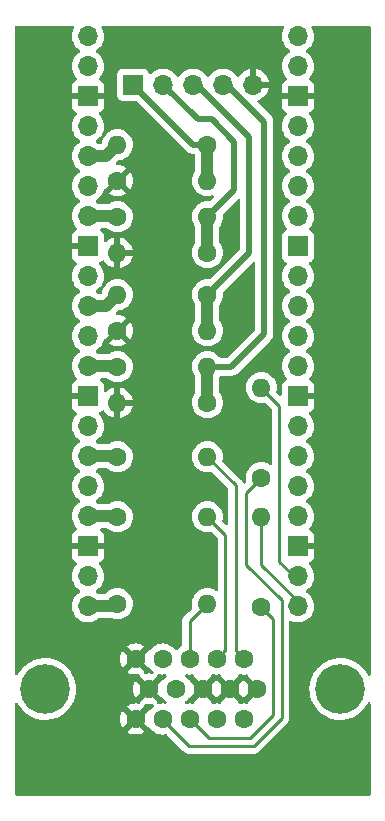
<source format=gbr>
%TF.GenerationSoftware,KiCad,Pcbnew,(6.0.11)*%
%TF.CreationDate,2023-02-12T19:00:00-06:00*%
%TF.ProjectId,video_if_ql_vga,76696465-6f5f-4696-965f-716c5f766761,v1.0*%
%TF.SameCoordinates,Original*%
%TF.FileFunction,Copper,L1,Top*%
%TF.FilePolarity,Positive*%
%FSLAX46Y46*%
G04 Gerber Fmt 4.6, Leading zero omitted, Abs format (unit mm)*
G04 Created by KiCad (PCBNEW (6.0.11)) date 2023-02-12 19:00:00*
%MOMM*%
%LPD*%
G01*
G04 APERTURE LIST*
%TA.AperFunction,ComponentPad*%
%ADD10C,1.600000*%
%TD*%
%TA.AperFunction,ComponentPad*%
%ADD11O,1.600000X1.600000*%
%TD*%
%TA.AperFunction,ComponentPad*%
%ADD12C,4.200400*%
%TD*%
%TA.AperFunction,ComponentPad*%
%ADD13C,1.600200*%
%TD*%
%TA.AperFunction,ComponentPad*%
%ADD14R,1.700000X1.700000*%
%TD*%
%TA.AperFunction,ComponentPad*%
%ADD15O,1.700000X1.700000*%
%TD*%
%TA.AperFunction,Conductor*%
%ADD16C,0.500000*%
%TD*%
%TA.AperFunction,Conductor*%
%ADD17C,0.250000*%
%TD*%
%TA.AperFunction,Conductor*%
%ADD18C,1.000000*%
%TD*%
G04 APERTURE END LIST*
D10*
%TO.P,R11,1*%
%TO.N,/QLSYNC*%
X135890000Y-87884000D03*
D11*
%TO.P,R11,2*%
%TO.N,Net-(J1-Pad4)*%
X143510000Y-87884000D03*
%TD*%
D10*
%TO.P,R10,1*%
%TO.N,Net-(J1-Pad4)*%
X143510000Y-90932000D03*
D11*
%TO.P,R10,2*%
%TO.N,GND*%
X135890000Y-90932000D03*
%TD*%
D10*
%TO.P,R9,1*%
%TO.N,Net-(J1-Pad3)*%
X143510000Y-81788000D03*
D11*
%TO.P,R9,2*%
%TO.N,/QLBLUE*%
X135890000Y-81788000D03*
%TD*%
D10*
%TO.P,R12,1*%
%TO.N,Net-(J2-Pad13)*%
X148082000Y-108204000D03*
D11*
%TO.P,R12,2*%
%TO.N,/HSYNC*%
X148082000Y-100584000D03*
%TD*%
D10*
%TO.P,R6,1*%
%TO.N,Net-(J1-Pad2)*%
X143510000Y-78232000D03*
D11*
%TO.P,R6,2*%
%TO.N,GND*%
X135890000Y-78232000D03*
%TD*%
D10*
%TO.P,R13,1*%
%TO.N,Net-(J2-Pad14)*%
X148082000Y-97282000D03*
D11*
%TO.P,R13,2*%
%TO.N,/VSYNC*%
X148082000Y-89662000D03*
%TD*%
D10*
%TO.P,R1,1*%
%TO.N,/RED*%
X135890000Y-95504000D03*
D11*
%TO.P,R1,2*%
%TO.N,Net-(J2-Pad1)*%
X143510000Y-95504000D03*
%TD*%
D10*
%TO.P,R3,1*%
%TO.N,/BLUE*%
X135890000Y-107950000D03*
D11*
%TO.P,R3,2*%
%TO.N,Net-(J2-Pad3)*%
X143510000Y-107950000D03*
%TD*%
D10*
%TO.P,R2,1*%
%TO.N,/GREEN*%
X135890000Y-100584000D03*
D11*
%TO.P,R2,2*%
%TO.N,Net-(J2-Pad2)*%
X143510000Y-100584000D03*
%TD*%
D10*
%TO.P,R4,1*%
%TO.N,GND*%
X135890000Y-72136000D03*
D11*
%TO.P,R4,2*%
%TO.N,Net-(J1-Pad1)*%
X143510000Y-72136000D03*
%TD*%
D12*
%TO.P,J2,0*%
%TO.N,N/C*%
X129770400Y-115170000D03*
X154760400Y-115170000D03*
D13*
%TO.P,J2,1*%
%TO.N,Net-(J2-Pad1)*%
X146595399Y-112630000D03*
%TO.P,J2,2*%
%TO.N,Net-(J2-Pad2)*%
X144305401Y-112630000D03*
%TO.P,J2,3*%
%TO.N,Net-(J2-Pad3)*%
X142015400Y-112630000D03*
%TO.P,J2,4*%
%TO.N,unconnected-(J2-Pad4)*%
X139725400Y-112630000D03*
%TO.P,J2,5*%
%TO.N,GND*%
X137435400Y-112630000D03*
%TO.P,J2,6*%
X147704899Y-115170000D03*
%TO.P,J2,7*%
X145414901Y-115170000D03*
%TO.P,J2,8*%
X143124900Y-115170000D03*
%TO.P,J2,9*%
%TO.N,unconnected-(J2-Pad9)*%
X140834900Y-115170000D03*
%TO.P,J2,10*%
%TO.N,GND*%
X138544899Y-115170000D03*
%TO.P,J2,11*%
%TO.N,unconnected-(J2-Pad11)*%
X146595399Y-117710000D03*
%TO.P,J2,12*%
%TO.N,unconnected-(J2-Pad12)*%
X144305401Y-117710000D03*
%TO.P,J2,13*%
%TO.N,Net-(J2-Pad13)*%
X142015400Y-117710000D03*
%TO.P,J2,14*%
%TO.N,Net-(J2-Pad14)*%
X139725400Y-117710000D03*
%TO.P,J2,15*%
%TO.N,GND*%
X137435400Y-117710000D03*
%TD*%
D14*
%TO.P,J1,1,Pin_1*%
%TO.N,Net-(J1-Pad1)*%
X137215000Y-64000000D03*
D15*
%TO.P,J1,2,Pin_2*%
%TO.N,Net-(J1-Pad2)*%
X139755000Y-64000000D03*
%TO.P,J1,3,Pin_3*%
%TO.N,Net-(J1-Pad3)*%
X142295000Y-64000000D03*
%TO.P,J1,4,Pin_4*%
%TO.N,Net-(J1-Pad4)*%
X144835000Y-64000000D03*
%TO.P,J1,5,Pin_5*%
%TO.N,GND*%
X147375000Y-64000000D03*
%TD*%
D10*
%TO.P,R5,1*%
%TO.N,Net-(J1-Pad1)*%
X143510000Y-69088000D03*
D11*
%TO.P,R5,2*%
%TO.N,/QLRED*%
X135890000Y-69088000D03*
%TD*%
D15*
%TO.P,U1,1,GP0*%
%TO.N,unconnected-(U1-Pad1)*%
X133400000Y-59900000D03*
%TO.P,U1,2,GP1*%
%TO.N,unconnected-(U1-Pad2)*%
X133400000Y-62440000D03*
D14*
%TO.P,U1,3,GND*%
%TO.N,GND*%
X133400000Y-64980000D03*
D15*
%TO.P,U1,4,GP2*%
%TO.N,unconnected-(U1-Pad4)*%
X133400000Y-67520000D03*
%TO.P,U1,5,GP3*%
%TO.N,/QLRED*%
X133400000Y-70060000D03*
%TO.P,U1,6,GP4*%
%TO.N,unconnected-(U1-Pad6)*%
X133400000Y-72600000D03*
%TO.P,U1,7,GP5*%
%TO.N,/QLGREEN*%
X133400000Y-75140000D03*
D14*
%TO.P,U1,8,GND*%
%TO.N,GND*%
X133400000Y-77680000D03*
D15*
%TO.P,U1,9,GP6*%
%TO.N,unconnected-(U1-Pad9)*%
X133400000Y-80220000D03*
%TO.P,U1,10,GP7*%
%TO.N,/QLBLUE*%
X133400000Y-82760000D03*
%TO.P,U1,11,GP8*%
%TO.N,unconnected-(U1-Pad11)*%
X133400000Y-85300000D03*
%TO.P,U1,12,GP9*%
%TO.N,/QLSYNC*%
X133400000Y-87840000D03*
D14*
%TO.P,U1,13,GND*%
%TO.N,GND*%
X133400000Y-90380000D03*
D15*
%TO.P,U1,14,GP10*%
%TO.N,unconnected-(U1-Pad14)*%
X133400000Y-92920000D03*
%TO.P,U1,15,GP11*%
%TO.N,/RED*%
X133400000Y-95460000D03*
%TO.P,U1,16,GP12*%
%TO.N,unconnected-(U1-Pad16)*%
X133400000Y-98000000D03*
%TO.P,U1,17,GP13*%
%TO.N,/GREEN*%
X133400000Y-100540000D03*
D14*
%TO.P,U1,18,GND*%
%TO.N,GND*%
X133400000Y-103080000D03*
D15*
%TO.P,U1,19,GP14*%
%TO.N,unconnected-(U1-Pad19)*%
X133400000Y-105620000D03*
%TO.P,U1,20,GP15*%
%TO.N,/BLUE*%
X133400000Y-108160000D03*
%TO.P,U1,21,GP16*%
%TO.N,/HSYNC*%
X151180000Y-108160000D03*
%TO.P,U1,22,GP17*%
%TO.N,/VSYNC*%
X151180000Y-105620000D03*
D14*
%TO.P,U1,23,GND*%
%TO.N,GND*%
X151180000Y-103080000D03*
D15*
%TO.P,U1,24,GP18*%
%TO.N,unconnected-(U1-Pad24)*%
X151180000Y-100540000D03*
%TO.P,U1,25,GP19*%
%TO.N,unconnected-(U1-Pad25)*%
X151180000Y-98000000D03*
%TO.P,U1,26,GP20*%
%TO.N,unconnected-(U1-Pad26)*%
X151180000Y-95460000D03*
%TO.P,U1,27,GP21*%
%TO.N,unconnected-(U1-Pad27)*%
X151180000Y-92920000D03*
D14*
%TO.P,U1,28,GND*%
%TO.N,GND*%
X151180000Y-90380000D03*
D15*
%TO.P,U1,29,GP22*%
%TO.N,unconnected-(U1-Pad29)*%
X151180000Y-87840000D03*
%TO.P,U1,30,~{RUN}*%
%TO.N,unconnected-(U1-Pad30)*%
X151180000Y-85300000D03*
%TO.P,U1,31,GP26*%
%TO.N,unconnected-(U1-Pad31)*%
X151180000Y-82760000D03*
%TO.P,U1,32,GP27*%
%TO.N,unconnected-(U1-Pad32)*%
X151180000Y-80220000D03*
D14*
%TO.P,U1,33,AGND*%
%TO.N,unconnected-(U1-Pad33)*%
X151180000Y-77680000D03*
D15*
%TO.P,U1,34,GP28*%
%TO.N,unconnected-(U1-Pad34)*%
X151180000Y-75140000D03*
%TO.P,U1,35,ADC_VREF*%
%TO.N,unconnected-(U1-Pad35)*%
X151180000Y-72600000D03*
%TO.P,U1,36,3V3_OUT*%
%TO.N,unconnected-(U1-Pad36)*%
X151180000Y-70060000D03*
%TO.P,U1,37,3V3_EN*%
%TO.N,unconnected-(U1-Pad37)*%
X151180000Y-67520000D03*
D14*
%TO.P,U1,38,GND*%
%TO.N,GND*%
X151180000Y-64980000D03*
D15*
%TO.P,U1,39,VSYS*%
%TO.N,unconnected-(U1-Pad39)*%
X151180000Y-62440000D03*
%TO.P,U1,40,VBUS*%
%TO.N,unconnected-(U1-Pad40)*%
X151180000Y-59900000D03*
%TD*%
D10*
%TO.P,R7,1*%
%TO.N,/QLGREEN*%
X135890000Y-75184000D03*
D11*
%TO.P,R7,2*%
%TO.N,Net-(J1-Pad2)*%
X143510000Y-75184000D03*
%TD*%
D10*
%TO.P,R8,1*%
%TO.N,GND*%
X135890000Y-84836000D03*
D11*
%TO.P,R8,2*%
%TO.N,Net-(J1-Pad3)*%
X143510000Y-84836000D03*
%TD*%
D16*
%TO.N,Net-(J1-Pad4)*%
X145542000Y-87884000D02*
X143510000Y-87884000D01*
X148336000Y-85090000D02*
X145542000Y-87884000D01*
X148336000Y-67151500D02*
X148336000Y-85090000D01*
X144835000Y-64000000D02*
X145184500Y-64000000D01*
X145184500Y-64000000D02*
X148336000Y-67151500D01*
%TO.N,Net-(J1-Pad2)*%
X145796000Y-72898000D02*
X143510000Y-75184000D01*
X143891000Y-66929000D02*
X145796000Y-68834000D01*
X145796000Y-68834000D02*
X145796000Y-72898000D01*
X142684000Y-66929000D02*
X143891000Y-66929000D01*
X139755000Y-64000000D02*
X142684000Y-66929000D01*
%TO.N,Net-(J1-Pad3)*%
X147066000Y-78232000D02*
X143510000Y-81788000D01*
X147066000Y-68453000D02*
X147066000Y-78232000D01*
X142613000Y-64000000D02*
X147066000Y-68453000D01*
X142295000Y-64000000D02*
X142613000Y-64000000D01*
D17*
%TO.N,Net-(J2-Pad2)*%
X145034000Y-102108000D02*
X145034000Y-111901401D01*
X143510000Y-100584000D02*
X145034000Y-102108000D01*
X145034000Y-111901401D02*
X144305401Y-112630000D01*
%TO.N,Net-(J2-Pad1)*%
X145923000Y-111957601D02*
X146595399Y-112630000D01*
X145923000Y-97917000D02*
X145923000Y-111957601D01*
X143510000Y-95504000D02*
X145923000Y-97917000D01*
%TO.N,Net-(J2-Pad14)*%
X147420950Y-120015000D02*
X141986000Y-120015000D01*
X139725400Y-117754400D02*
X139725400Y-117710000D01*
X149798000Y-107634000D02*
X149798000Y-117637950D01*
X149798000Y-117637950D02*
X147420950Y-120015000D01*
X146812000Y-104648000D02*
X149798000Y-107634000D01*
X141986000Y-120015000D02*
X139725400Y-117754400D01*
X148082000Y-97282000D02*
X146812000Y-98552000D01*
X146812000Y-98552000D02*
X146812000Y-104648000D01*
%TO.N,Net-(J2-Pad13)*%
X142054700Y-117710000D02*
X142015400Y-117710000D01*
X147131000Y-119315000D02*
X143659700Y-119315000D01*
X149098000Y-109220000D02*
X149098000Y-117348000D01*
X149098000Y-117348000D02*
X147131000Y-119315000D01*
X148082000Y-108204000D02*
X149098000Y-109220000D01*
X143659700Y-119315000D02*
X142054700Y-117710000D01*
%TO.N,Net-(J2-Pad3)*%
X142015400Y-109444600D02*
X143510000Y-107950000D01*
X142015400Y-112630000D02*
X142015400Y-109444600D01*
%TO.N,/HSYNC*%
X148082000Y-104648000D02*
X148082000Y-100584000D01*
X151180000Y-107746000D02*
X148082000Y-104648000D01*
X151180000Y-108160000D02*
X151180000Y-107746000D01*
%TO.N,/VSYNC*%
X150832000Y-105620000D02*
X151180000Y-105620000D01*
X149606000Y-104394000D02*
X150832000Y-105620000D01*
X148082000Y-89662000D02*
X149606000Y-91186000D01*
X149606000Y-91186000D02*
X149606000Y-104394000D01*
D18*
%TO.N,Net-(J1-Pad4)*%
X143510000Y-90932000D02*
X143510000Y-87884000D01*
%TO.N,Net-(J1-Pad3)*%
X143510000Y-84836000D02*
X143510000Y-81788000D01*
%TO.N,Net-(J1-Pad2)*%
X143510000Y-78232000D02*
X143510000Y-75184000D01*
%TO.N,Net-(J1-Pad1)*%
X143510000Y-72136000D02*
X143510000Y-69088000D01*
D16*
X142303000Y-69088000D02*
X143510000Y-69088000D01*
X137215000Y-64000000D02*
X142303000Y-69088000D01*
D18*
%TO.N,/BLUE*%
X135680000Y-108160000D02*
X135890000Y-107950000D01*
X133400000Y-108160000D02*
X135680000Y-108160000D01*
%TO.N,/GREEN*%
X135846000Y-100540000D02*
X135890000Y-100584000D01*
X133400000Y-100540000D02*
X135846000Y-100540000D01*
%TO.N,/RED*%
X135846000Y-95460000D02*
X135890000Y-95504000D01*
X133400000Y-95460000D02*
X135846000Y-95460000D01*
%TO.N,/QLSYNC*%
X135846000Y-87840000D02*
X135890000Y-87884000D01*
X133400000Y-87840000D02*
X135846000Y-87840000D01*
%TO.N,/QLBLUE*%
X133400000Y-82760000D02*
X134918000Y-82760000D01*
X134918000Y-82760000D02*
X135890000Y-81788000D01*
%TO.N,/QLGREEN*%
X135846000Y-75140000D02*
X135890000Y-75184000D01*
X133400000Y-75140000D02*
X135846000Y-75140000D01*
%TO.N,/QLRED*%
X134918000Y-70060000D02*
X135890000Y-69088000D01*
X133400000Y-70060000D02*
X134918000Y-70060000D01*
%TD*%
%TA.AperFunction,Conductor*%
%TO.N,GND*%
G36*
X132195813Y-59024702D02*
G01*
X132242306Y-59078358D01*
X132252410Y-59148632D01*
X132231781Y-59201703D01*
X132214743Y-59226680D01*
X132120688Y-59429305D01*
X132060989Y-59644570D01*
X132037251Y-59866695D01*
X132037548Y-59871848D01*
X132037548Y-59871851D01*
X132043011Y-59966590D01*
X132050110Y-60089715D01*
X132051247Y-60094761D01*
X132051248Y-60094767D01*
X132071119Y-60182939D01*
X132099222Y-60307639D01*
X132183266Y-60514616D01*
X132299987Y-60705088D01*
X132446250Y-60873938D01*
X132618126Y-61016632D01*
X132688595Y-61057811D01*
X132691445Y-61059476D01*
X132740169Y-61111114D01*
X132753240Y-61180897D01*
X132726509Y-61246669D01*
X132686055Y-61280027D01*
X132673607Y-61286507D01*
X132669474Y-61289610D01*
X132669471Y-61289612D01*
X132645247Y-61307800D01*
X132494965Y-61420635D01*
X132340629Y-61582138D01*
X132214743Y-61766680D01*
X132120688Y-61969305D01*
X132060989Y-62184570D01*
X132037251Y-62406695D01*
X132037548Y-62411848D01*
X132037548Y-62411851D01*
X132043011Y-62506590D01*
X132050110Y-62629715D01*
X132051247Y-62634761D01*
X132051248Y-62634767D01*
X132065811Y-62699385D01*
X132099222Y-62847639D01*
X132154896Y-62984748D01*
X132163879Y-63006870D01*
X132183266Y-63054616D01*
X132299987Y-63245088D01*
X132446250Y-63413938D01*
X132450225Y-63417238D01*
X132450231Y-63417244D01*
X132455425Y-63421556D01*
X132495059Y-63480460D01*
X132496555Y-63551441D01*
X132459439Y-63611962D01*
X132419168Y-63636480D01*
X132311946Y-63676676D01*
X132296351Y-63685214D01*
X132194276Y-63761715D01*
X132181715Y-63774276D01*
X132105214Y-63876351D01*
X132096676Y-63891946D01*
X132051522Y-64012394D01*
X132047895Y-64027649D01*
X132042369Y-64078514D01*
X132042000Y-64085328D01*
X132042000Y-64707885D01*
X132046475Y-64723124D01*
X132047865Y-64724329D01*
X132055548Y-64726000D01*
X134739884Y-64726000D01*
X134755123Y-64721525D01*
X134756328Y-64720135D01*
X134757999Y-64712452D01*
X134757999Y-64085331D01*
X134757629Y-64078510D01*
X134752105Y-64027648D01*
X134748479Y-64012396D01*
X134703324Y-63891946D01*
X134694786Y-63876351D01*
X134618285Y-63774276D01*
X134605724Y-63761715D01*
X134503649Y-63685214D01*
X134488054Y-63676676D01*
X134377813Y-63635348D01*
X134321049Y-63592706D01*
X134296349Y-63526145D01*
X134311557Y-63456796D01*
X134333104Y-63428115D01*
X134434430Y-63327144D01*
X134434440Y-63327132D01*
X134438096Y-63323489D01*
X134456765Y-63297509D01*
X134565435Y-63146277D01*
X134568453Y-63142077D01*
X134588327Y-63101866D01*
X134665136Y-62946453D01*
X134665137Y-62946451D01*
X134667430Y-62941811D01*
X134716180Y-62781358D01*
X134730865Y-62733023D01*
X134730865Y-62733021D01*
X134732370Y-62728069D01*
X134761529Y-62506590D01*
X134763156Y-62440000D01*
X134744852Y-62217361D01*
X134690431Y-62000702D01*
X134601354Y-61795840D01*
X134480014Y-61608277D01*
X134329670Y-61443051D01*
X134325619Y-61439852D01*
X134325615Y-61439848D01*
X134158414Y-61307800D01*
X134158410Y-61307798D01*
X134154359Y-61304598D01*
X134113053Y-61281796D01*
X134063084Y-61231364D01*
X134048312Y-61161921D01*
X134073428Y-61095516D01*
X134100780Y-61068909D01*
X134144603Y-61037650D01*
X134279860Y-60941173D01*
X134438096Y-60783489D01*
X134497594Y-60700689D01*
X134565435Y-60606277D01*
X134568453Y-60602077D01*
X134667430Y-60401811D01*
X134732370Y-60188069D01*
X134761529Y-59966590D01*
X134763156Y-59900000D01*
X134744852Y-59677361D01*
X134690431Y-59460702D01*
X134601354Y-59255840D01*
X134564673Y-59199140D01*
X134544466Y-59131080D01*
X134564262Y-59062899D01*
X134617777Y-59016245D01*
X134670465Y-59004700D01*
X149907692Y-59004700D01*
X149975813Y-59024702D01*
X150022306Y-59078358D01*
X150032410Y-59148632D01*
X150011781Y-59201703D01*
X149994743Y-59226680D01*
X149900688Y-59429305D01*
X149840989Y-59644570D01*
X149817251Y-59866695D01*
X149817548Y-59871848D01*
X149817548Y-59871851D01*
X149823011Y-59966590D01*
X149830110Y-60089715D01*
X149831247Y-60094761D01*
X149831248Y-60094767D01*
X149851119Y-60182939D01*
X149879222Y-60307639D01*
X149963266Y-60514616D01*
X150079987Y-60705088D01*
X150226250Y-60873938D01*
X150398126Y-61016632D01*
X150468595Y-61057811D01*
X150471445Y-61059476D01*
X150520169Y-61111114D01*
X150533240Y-61180897D01*
X150506509Y-61246669D01*
X150466055Y-61280027D01*
X150453607Y-61286507D01*
X150449474Y-61289610D01*
X150449471Y-61289612D01*
X150425247Y-61307800D01*
X150274965Y-61420635D01*
X150120629Y-61582138D01*
X149994743Y-61766680D01*
X149900688Y-61969305D01*
X149840989Y-62184570D01*
X149817251Y-62406695D01*
X149817548Y-62411848D01*
X149817548Y-62411851D01*
X149823011Y-62506590D01*
X149830110Y-62629715D01*
X149831247Y-62634761D01*
X149831248Y-62634767D01*
X149845811Y-62699385D01*
X149879222Y-62847639D01*
X149934896Y-62984748D01*
X149943879Y-63006870D01*
X149963266Y-63054616D01*
X150079987Y-63245088D01*
X150226250Y-63413938D01*
X150230225Y-63417238D01*
X150230231Y-63417244D01*
X150235425Y-63421556D01*
X150275059Y-63480460D01*
X150276555Y-63551441D01*
X150239439Y-63611962D01*
X150199168Y-63636480D01*
X150091946Y-63676676D01*
X150076351Y-63685214D01*
X149974276Y-63761715D01*
X149961715Y-63774276D01*
X149885214Y-63876351D01*
X149876676Y-63891946D01*
X149831522Y-64012394D01*
X149827895Y-64027649D01*
X149822369Y-64078514D01*
X149822000Y-64085328D01*
X149822000Y-64707885D01*
X149826475Y-64723124D01*
X149827865Y-64724329D01*
X149835548Y-64726000D01*
X152519884Y-64726000D01*
X152535123Y-64721525D01*
X152536328Y-64720135D01*
X152537999Y-64712452D01*
X152537999Y-64085331D01*
X152537629Y-64078510D01*
X152532105Y-64027648D01*
X152528479Y-64012396D01*
X152483324Y-63891946D01*
X152474786Y-63876351D01*
X152398285Y-63774276D01*
X152385724Y-63761715D01*
X152283649Y-63685214D01*
X152268054Y-63676676D01*
X152157813Y-63635348D01*
X152101049Y-63592706D01*
X152076349Y-63526145D01*
X152091557Y-63456796D01*
X152113104Y-63428115D01*
X152214430Y-63327144D01*
X152214440Y-63327132D01*
X152218096Y-63323489D01*
X152236765Y-63297509D01*
X152345435Y-63146277D01*
X152348453Y-63142077D01*
X152368327Y-63101866D01*
X152445136Y-62946453D01*
X152445137Y-62946451D01*
X152447430Y-62941811D01*
X152496180Y-62781358D01*
X152510865Y-62733023D01*
X152510865Y-62733021D01*
X152512370Y-62728069D01*
X152541529Y-62506590D01*
X152543156Y-62440000D01*
X152524852Y-62217361D01*
X152470431Y-62000702D01*
X152381354Y-61795840D01*
X152260014Y-61608277D01*
X152109670Y-61443051D01*
X152105619Y-61439852D01*
X152105615Y-61439848D01*
X151938414Y-61307800D01*
X151938410Y-61307798D01*
X151934359Y-61304598D01*
X151893053Y-61281796D01*
X151843084Y-61231364D01*
X151828312Y-61161921D01*
X151853428Y-61095516D01*
X151880780Y-61068909D01*
X151924603Y-61037650D01*
X152059860Y-60941173D01*
X152218096Y-60783489D01*
X152277594Y-60700689D01*
X152345435Y-60606277D01*
X152348453Y-60602077D01*
X152447430Y-60401811D01*
X152512370Y-60188069D01*
X152541529Y-59966590D01*
X152543156Y-59900000D01*
X152524852Y-59677361D01*
X152470431Y-59460702D01*
X152381354Y-59255840D01*
X152344673Y-59199140D01*
X152324466Y-59131080D01*
X152344262Y-59062899D01*
X152397777Y-59016245D01*
X152450465Y-59004700D01*
X157201100Y-59004700D01*
X157269221Y-59024702D01*
X157315714Y-59078358D01*
X157327100Y-59130700D01*
X157327100Y-113929192D01*
X157307098Y-113997313D01*
X157253442Y-114043806D01*
X157183168Y-114053910D01*
X157118588Y-114024416D01*
X157086128Y-113980743D01*
X157085458Y-113979249D01*
X157076465Y-113959191D01*
X156914227Y-113689715D01*
X156911900Y-113686731D01*
X156911895Y-113686724D01*
X156723127Y-113444678D01*
X156723125Y-113444676D01*
X156720791Y-113441683D01*
X156498958Y-113218685D01*
X156315168Y-113073796D01*
X156254923Y-113026303D01*
X156251942Y-113023953D01*
X155983320Y-112860307D01*
X155696983Y-112730117D01*
X155693363Y-112728972D01*
X155400698Y-112636415D01*
X155400695Y-112636414D01*
X155397080Y-112635271D01*
X155393358Y-112634571D01*
X155091677Y-112577840D01*
X155091675Y-112577840D01*
X155087954Y-112577140D01*
X154774084Y-112556568D01*
X154770304Y-112556776D01*
X154770303Y-112556776D01*
X154680516Y-112561717D01*
X154460015Y-112573852D01*
X154456288Y-112574513D01*
X154456284Y-112574513D01*
X154215491Y-112617188D01*
X154150298Y-112628742D01*
X154146673Y-112629847D01*
X154146668Y-112629848D01*
X154104133Y-112642812D01*
X153849418Y-112720444D01*
X153845954Y-112721975D01*
X153845947Y-112721978D01*
X153668512Y-112800421D01*
X153561734Y-112847627D01*
X153558480Y-112849563D01*
X153558474Y-112849566D01*
X153302219Y-113002022D01*
X153291413Y-113008451D01*
X153288412Y-113010766D01*
X153288408Y-113010769D01*
X153193152Y-113084259D01*
X153042371Y-113200586D01*
X153039670Y-113203245D01*
X153039663Y-113203251D01*
X152835985Y-113403756D01*
X152818215Y-113421249D01*
X152815851Y-113424216D01*
X152815848Y-113424219D01*
X152772783Y-113478262D01*
X152622192Y-113667242D01*
X152457142Y-113935004D01*
X152325455Y-114220655D01*
X152324296Y-114224255D01*
X152324293Y-114224262D01*
X152248506Y-114459605D01*
X152229039Y-114520057D01*
X152228320Y-114523773D01*
X152228318Y-114523781D01*
X152170010Y-114825155D01*
X152170009Y-114825164D01*
X152169291Y-114828874D01*
X152169024Y-114832650D01*
X152169023Y-114832655D01*
X152151446Y-115080905D01*
X152147075Y-115142632D01*
X152149075Y-115182812D01*
X152159794Y-115398104D01*
X152162715Y-115456787D01*
X152163356Y-115460518D01*
X152163357Y-115460526D01*
X152191463Y-115624088D01*
X152215983Y-115766788D01*
X152217071Y-115770427D01*
X152217072Y-115770430D01*
X152290024Y-116014365D01*
X152306107Y-116068144D01*
X152431783Y-116356490D01*
X152433706Y-116359762D01*
X152433708Y-116359765D01*
X152494774Y-116463642D01*
X152591189Y-116627649D01*
X152593490Y-116630664D01*
X152779718Y-116874681D01*
X152779723Y-116874686D01*
X152782018Y-116877694D01*
X152784662Y-116880408D01*
X152968428Y-117069049D01*
X153001503Y-117103002D01*
X153246467Y-117300310D01*
X153513361Y-117466760D01*
X153798318Y-117599941D01*
X153801928Y-117601124D01*
X153801927Y-117601124D01*
X154093608Y-117696742D01*
X154093615Y-117696744D01*
X154097212Y-117697923D01*
X154405712Y-117759288D01*
X154537593Y-117769320D01*
X154715572Y-117782859D01*
X154715577Y-117782859D01*
X154719349Y-117783146D01*
X155033582Y-117769151D01*
X155037320Y-117768529D01*
X155037328Y-117768528D01*
X155188330Y-117743394D01*
X155343857Y-117717507D01*
X155645681Y-117628962D01*
X155934681Y-117504798D01*
X155937959Y-117502894D01*
X155937965Y-117502891D01*
X156095874Y-117411169D01*
X156206671Y-117346813D01*
X156457712Y-117157297D01*
X156684166Y-116938994D01*
X156686639Y-116935957D01*
X156880363Y-116698003D01*
X156880364Y-116698002D01*
X156882754Y-116695066D01*
X156894179Y-116676959D01*
X157048576Y-116432255D01*
X157048579Y-116432249D01*
X157050599Y-116429048D01*
X157087233Y-116351723D01*
X157134474Y-116298726D01*
X157202869Y-116279682D01*
X157270702Y-116300639D01*
X157316437Y-116354942D01*
X157327100Y-116405670D01*
X157327100Y-124065500D01*
X157307098Y-124133621D01*
X157253442Y-124180114D01*
X157201100Y-124191500D01*
X127355100Y-124191500D01*
X127286979Y-124171498D01*
X127240486Y-124117842D01*
X127229100Y-124065500D01*
X127229100Y-118796134D01*
X136713821Y-118796134D01*
X136723117Y-118808149D01*
X136774343Y-118844018D01*
X136783838Y-118849501D01*
X136981312Y-118941585D01*
X136991604Y-118945331D01*
X137202068Y-119001724D01*
X137212863Y-119003627D01*
X137429925Y-119022618D01*
X137440875Y-119022618D01*
X137657937Y-119003627D01*
X137668732Y-119001724D01*
X137879196Y-118945331D01*
X137889488Y-118941585D01*
X138086962Y-118849501D01*
X138096457Y-118844018D01*
X138148521Y-118807562D01*
X138156896Y-118797085D01*
X138149828Y-118783638D01*
X137448212Y-118082022D01*
X137434268Y-118074408D01*
X137432435Y-118074539D01*
X137425820Y-118078790D01*
X136720251Y-118784359D01*
X136713821Y-118796134D01*
X127229100Y-118796134D01*
X127229100Y-116457663D01*
X127249102Y-116389542D01*
X127302758Y-116343049D01*
X127373032Y-116332945D01*
X127437612Y-116362439D01*
X127463721Y-116393808D01*
X127478376Y-116418737D01*
X127601189Y-116627649D01*
X127603490Y-116630664D01*
X127789718Y-116874681D01*
X127789723Y-116874686D01*
X127792018Y-116877694D01*
X127794662Y-116880408D01*
X127978428Y-117069049D01*
X128011503Y-117103002D01*
X128256467Y-117300310D01*
X128523361Y-117466760D01*
X128808318Y-117599941D01*
X128811928Y-117601124D01*
X128811927Y-117601124D01*
X129103608Y-117696742D01*
X129103615Y-117696744D01*
X129107212Y-117697923D01*
X129415712Y-117759288D01*
X129547593Y-117769320D01*
X129725572Y-117782859D01*
X129725577Y-117782859D01*
X129729349Y-117783146D01*
X130043582Y-117769151D01*
X130047320Y-117768529D01*
X130047328Y-117768528D01*
X130198330Y-117743394D01*
X130353857Y-117717507D01*
X130360783Y-117715475D01*
X136122782Y-117715475D01*
X136141773Y-117932537D01*
X136143676Y-117943332D01*
X136200069Y-118153796D01*
X136203815Y-118164088D01*
X136295899Y-118361560D01*
X136301382Y-118371057D01*
X136337838Y-118423121D01*
X136348315Y-118431496D01*
X136361763Y-118424427D01*
X137063378Y-117722812D01*
X137070992Y-117708868D01*
X137070861Y-117707035D01*
X137066610Y-117700420D01*
X136361041Y-116994851D01*
X136349266Y-116988421D01*
X136337251Y-116997717D01*
X136301382Y-117048943D01*
X136295899Y-117058440D01*
X136203815Y-117255912D01*
X136200069Y-117266204D01*
X136143676Y-117476668D01*
X136141773Y-117487463D01*
X136122782Y-117704525D01*
X136122782Y-117715475D01*
X130360783Y-117715475D01*
X130655681Y-117628962D01*
X130944681Y-117504798D01*
X130947959Y-117502894D01*
X130947965Y-117502891D01*
X131105874Y-117411169D01*
X131216671Y-117346813D01*
X131467712Y-117157297D01*
X131694166Y-116938994D01*
X131696639Y-116935957D01*
X131890363Y-116698003D01*
X131890364Y-116698002D01*
X131892754Y-116695066D01*
X131904179Y-116676959D01*
X132058576Y-116432255D01*
X132058579Y-116432249D01*
X132060599Y-116429048D01*
X132195270Y-116144792D01*
X132294816Y-115846415D01*
X132357795Y-115538241D01*
X132383295Y-115224732D01*
X132383811Y-115175475D01*
X137232281Y-115175475D01*
X137251272Y-115392537D01*
X137253175Y-115403332D01*
X137309568Y-115613796D01*
X137313314Y-115624088D01*
X137405398Y-115821560D01*
X137410881Y-115831057D01*
X137447337Y-115883121D01*
X137457814Y-115891496D01*
X137471262Y-115884427D01*
X138172877Y-115182812D01*
X138180491Y-115168868D01*
X138180360Y-115167035D01*
X138176109Y-115160420D01*
X137470540Y-114454851D01*
X137458765Y-114448421D01*
X137446750Y-114457717D01*
X137410881Y-114508943D01*
X137405398Y-114518440D01*
X137313314Y-114715912D01*
X137309568Y-114726204D01*
X137253175Y-114936668D01*
X137251272Y-114947463D01*
X137232281Y-115164525D01*
X137232281Y-115175475D01*
X132383811Y-115175475D01*
X132383868Y-115170000D01*
X132383735Y-115167789D01*
X132365168Y-114859801D01*
X132365167Y-114859794D01*
X132364940Y-114856026D01*
X132333090Y-114681633D01*
X132309109Y-114550327D01*
X132309108Y-114550322D01*
X132308428Y-114546600D01*
X132300187Y-114520057D01*
X132241219Y-114330151D01*
X132215153Y-114246205D01*
X132205315Y-114224262D01*
X132136003Y-114069677D01*
X132086465Y-113959191D01*
X131940133Y-113716134D01*
X136713821Y-113716134D01*
X136723117Y-113728149D01*
X136774343Y-113764018D01*
X136783838Y-113769501D01*
X136981312Y-113861585D01*
X136991604Y-113865331D01*
X137202068Y-113921724D01*
X137212863Y-113923627D01*
X137429925Y-113942618D01*
X137440875Y-113942618D01*
X137657937Y-113923627D01*
X137674147Y-113920769D01*
X137674438Y-113922420D01*
X137737791Y-113923931D01*
X137796585Y-113963727D01*
X137824531Y-114028993D01*
X137824751Y-114056918D01*
X137822281Y-114080780D01*
X137830472Y-114096363D01*
X138532087Y-114797978D01*
X138546031Y-114805592D01*
X138547864Y-114805461D01*
X138554479Y-114801210D01*
X139260048Y-114095641D01*
X139267662Y-114081697D01*
X139266803Y-114069677D01*
X139252499Y-114033110D01*
X139266487Y-113963505D01*
X139315885Y-113912512D01*
X139385011Y-113896321D01*
X139410630Y-113900420D01*
X139491981Y-113922218D01*
X139491983Y-113922218D01*
X139497296Y-113923642D01*
X139725400Y-113943599D01*
X139730875Y-113943120D01*
X139919204Y-113926643D01*
X139988809Y-113940632D01*
X140039801Y-113990031D01*
X140055992Y-114059157D01*
X140032240Y-114126063D01*
X140002457Y-114155377D01*
X139995046Y-114160566D01*
X139995043Y-114160568D01*
X139990535Y-114163725D01*
X139828625Y-114325635D01*
X139825468Y-114330144D01*
X139825462Y-114330151D01*
X139778487Y-114397239D01*
X139723030Y-114441568D01*
X139662302Y-114450299D01*
X139634119Y-114447382D01*
X139618536Y-114455573D01*
X138916921Y-115157188D01*
X138909307Y-115171132D01*
X138909438Y-115172965D01*
X138913689Y-115179580D01*
X139619258Y-115885149D01*
X139633202Y-115892763D01*
X139666981Y-115890347D01*
X139736355Y-115905438D01*
X139779183Y-115943754D01*
X139828625Y-116014365D01*
X139990535Y-116176275D01*
X139995043Y-116179432D01*
X139995046Y-116179434D01*
X140002457Y-116184623D01*
X140046786Y-116240081D01*
X140054094Y-116310700D01*
X140022063Y-116374060D01*
X139960861Y-116410045D01*
X139919204Y-116413357D01*
X139730875Y-116396880D01*
X139725400Y-116396401D01*
X139497296Y-116416358D01*
X139412019Y-116439208D01*
X139341044Y-116437518D01*
X139282248Y-116397724D01*
X139254300Y-116332460D01*
X139266073Y-116262446D01*
X139267400Y-116260344D01*
X139267517Y-116259219D01*
X139259327Y-116243638D01*
X138557711Y-115542022D01*
X138543767Y-115534408D01*
X138541934Y-115534539D01*
X138535319Y-115538790D01*
X137829750Y-116244359D01*
X137822136Y-116258303D01*
X137824175Y-116286817D01*
X137809084Y-116356191D01*
X137758882Y-116406393D01*
X137689508Y-116421485D01*
X137674203Y-116418912D01*
X137674147Y-116419231D01*
X137657937Y-116416373D01*
X137440875Y-116397382D01*
X137429925Y-116397382D01*
X137212863Y-116416373D01*
X137202068Y-116418276D01*
X136991604Y-116474669D01*
X136981312Y-116478415D01*
X136783840Y-116570499D01*
X136774343Y-116575982D01*
X136722279Y-116612438D01*
X136713904Y-116622915D01*
X136720973Y-116636363D01*
X137422588Y-117337978D01*
X137436532Y-117345592D01*
X137438365Y-117345461D01*
X137444980Y-117341210D01*
X138150549Y-116635641D01*
X138158163Y-116621697D01*
X138156124Y-116593183D01*
X138171215Y-116523809D01*
X138221417Y-116473607D01*
X138290791Y-116458515D01*
X138306096Y-116461088D01*
X138306152Y-116460769D01*
X138322362Y-116463627D01*
X138539424Y-116482618D01*
X138550374Y-116482618D01*
X138767436Y-116463627D01*
X138778234Y-116461723D01*
X138814382Y-116452038D01*
X138885359Y-116453728D01*
X138944154Y-116493523D01*
X138972101Y-116558788D01*
X138960327Y-116628801D01*
X138919264Y-116676957D01*
X138881035Y-116703725D01*
X138719125Y-116865635D01*
X138715968Y-116870144D01*
X138715962Y-116870151D01*
X138668987Y-116937239D01*
X138613530Y-116981568D01*
X138552802Y-116990299D01*
X138524620Y-116987382D01*
X138509037Y-116995573D01*
X137807422Y-117697188D01*
X137799808Y-117711132D01*
X137799939Y-117712965D01*
X137804190Y-117719580D01*
X138509759Y-118425149D01*
X138523703Y-118432763D01*
X138557481Y-118430347D01*
X138626855Y-118445438D01*
X138669683Y-118483754D01*
X138719125Y-118554365D01*
X138881035Y-118716275D01*
X139068600Y-118847610D01*
X139073582Y-118849933D01*
X139073587Y-118849936D01*
X139270131Y-118941585D01*
X139276123Y-118944379D01*
X139281431Y-118945801D01*
X139281433Y-118945802D01*
X139491981Y-119002218D01*
X139491983Y-119002218D01*
X139497296Y-119003642D01*
X139725400Y-119023599D01*
X139953504Y-119003642D01*
X139960662Y-119001724D01*
X139982008Y-118996005D01*
X140052985Y-118997695D01*
X140103713Y-119028617D01*
X141482343Y-120407247D01*
X141489887Y-120415537D01*
X141494000Y-120422018D01*
X141499777Y-120427443D01*
X141543667Y-120468658D01*
X141546509Y-120471413D01*
X141566230Y-120491134D01*
X141569425Y-120493612D01*
X141578447Y-120501318D01*
X141610679Y-120531586D01*
X141617628Y-120535406D01*
X141628432Y-120541346D01*
X141644956Y-120552199D01*
X141660959Y-120564613D01*
X141701543Y-120582176D01*
X141712173Y-120587383D01*
X141750940Y-120608695D01*
X141758617Y-120610666D01*
X141758622Y-120610668D01*
X141770558Y-120613732D01*
X141789266Y-120620137D01*
X141807855Y-120628181D01*
X141815683Y-120629421D01*
X141815690Y-120629423D01*
X141851524Y-120635099D01*
X141863144Y-120637505D01*
X141894959Y-120645673D01*
X141905970Y-120648500D01*
X141926224Y-120648500D01*
X141945934Y-120650051D01*
X141965943Y-120653220D01*
X141973835Y-120652474D01*
X141992580Y-120650702D01*
X142009962Y-120649059D01*
X142021819Y-120648500D01*
X147342183Y-120648500D01*
X147353366Y-120649027D01*
X147360859Y-120650702D01*
X147368785Y-120650453D01*
X147368786Y-120650453D01*
X147428936Y-120648562D01*
X147432895Y-120648500D01*
X147460806Y-120648500D01*
X147464741Y-120648003D01*
X147464806Y-120647995D01*
X147476643Y-120647062D01*
X147508901Y-120646048D01*
X147512920Y-120645922D01*
X147520839Y-120645673D01*
X147540293Y-120640021D01*
X147559650Y-120636013D01*
X147571880Y-120634468D01*
X147571881Y-120634468D01*
X147579747Y-120633474D01*
X147587118Y-120630555D01*
X147587120Y-120630555D01*
X147620862Y-120617196D01*
X147632092Y-120613351D01*
X147666933Y-120603229D01*
X147666934Y-120603229D01*
X147674543Y-120601018D01*
X147681362Y-120596985D01*
X147681367Y-120596983D01*
X147691978Y-120590707D01*
X147709726Y-120582012D01*
X147728567Y-120574552D01*
X147748937Y-120559753D01*
X147764337Y-120548564D01*
X147774257Y-120542048D01*
X147805485Y-120523580D01*
X147805488Y-120523578D01*
X147812312Y-120519542D01*
X147826633Y-120505221D01*
X147841667Y-120492380D01*
X147843382Y-120491134D01*
X147858057Y-120480472D01*
X147886248Y-120446395D01*
X147894238Y-120437616D01*
X150190247Y-118141607D01*
X150198537Y-118134063D01*
X150205018Y-118129950D01*
X150251659Y-118080282D01*
X150254413Y-118077441D01*
X150274134Y-118057720D01*
X150276612Y-118054525D01*
X150284318Y-118045503D01*
X150309158Y-118019051D01*
X150314586Y-118013271D01*
X150324346Y-117995518D01*
X150335199Y-117978995D01*
X150342753Y-117969256D01*
X150347613Y-117962991D01*
X150365176Y-117922407D01*
X150370383Y-117911777D01*
X150391695Y-117873010D01*
X150393666Y-117865333D01*
X150393668Y-117865328D01*
X150396732Y-117853392D01*
X150403138Y-117834680D01*
X150408034Y-117823367D01*
X150411181Y-117816095D01*
X150416427Y-117782977D01*
X150418097Y-117772431D01*
X150420504Y-117760810D01*
X150429528Y-117725661D01*
X150429528Y-117725660D01*
X150431500Y-117717980D01*
X150431500Y-117697719D01*
X150433051Y-117678008D01*
X150434979Y-117665835D01*
X150436219Y-117658007D01*
X150432059Y-117613996D01*
X150431500Y-117602139D01*
X150431500Y-109511420D01*
X150451502Y-109443299D01*
X150505158Y-109396806D01*
X150575432Y-109386702D01*
X150602449Y-109393710D01*
X150799692Y-109469030D01*
X150804760Y-109470061D01*
X150804763Y-109470062D01*
X150912017Y-109491883D01*
X151018597Y-109513567D01*
X151023772Y-109513757D01*
X151023774Y-109513757D01*
X151236673Y-109521564D01*
X151236677Y-109521564D01*
X151241837Y-109521753D01*
X151246957Y-109521097D01*
X151246959Y-109521097D01*
X151458288Y-109494025D01*
X151458289Y-109494025D01*
X151463416Y-109493368D01*
X151468366Y-109491883D01*
X151672429Y-109430661D01*
X151672434Y-109430659D01*
X151677384Y-109429174D01*
X151877994Y-109330896D01*
X152059860Y-109201173D01*
X152092648Y-109168500D01*
X152173908Y-109087523D01*
X152218096Y-109043489D01*
X152277594Y-108960689D01*
X152345435Y-108866277D01*
X152348453Y-108862077D01*
X152380025Y-108798197D01*
X152445136Y-108666453D01*
X152445137Y-108666451D01*
X152447430Y-108661811D01*
X152512370Y-108448069D01*
X152541529Y-108226590D01*
X152543156Y-108160000D01*
X152524852Y-107937361D01*
X152470431Y-107720702D01*
X152381354Y-107515840D01*
X152283261Y-107364211D01*
X152262822Y-107332617D01*
X152262820Y-107332614D01*
X152260014Y-107328277D01*
X152109670Y-107163051D01*
X152105619Y-107159852D01*
X152105615Y-107159848D01*
X151938414Y-107027800D01*
X151938410Y-107027798D01*
X151934359Y-107024598D01*
X151893053Y-107001796D01*
X151843084Y-106951364D01*
X151828312Y-106881921D01*
X151853428Y-106815516D01*
X151880780Y-106788909D01*
X151927497Y-106755586D01*
X152059860Y-106661173D01*
X152084618Y-106636502D01*
X152214435Y-106507137D01*
X152218096Y-106503489D01*
X152277594Y-106420689D01*
X152345435Y-106326277D01*
X152348453Y-106322077D01*
X152447430Y-106121811D01*
X152512370Y-105908069D01*
X152541529Y-105686590D01*
X152543156Y-105620000D01*
X152524852Y-105397361D01*
X152470431Y-105180702D01*
X152381354Y-104975840D01*
X152260014Y-104788277D01*
X152256540Y-104784459D01*
X152256533Y-104784450D01*
X152112435Y-104626088D01*
X152081383Y-104562242D01*
X152089779Y-104491744D01*
X152134956Y-104436976D01*
X152161400Y-104423307D01*
X152268052Y-104383325D01*
X152283649Y-104374786D01*
X152385724Y-104298285D01*
X152398285Y-104285724D01*
X152474786Y-104183649D01*
X152483324Y-104168054D01*
X152528478Y-104047606D01*
X152532105Y-104032351D01*
X152537631Y-103981486D01*
X152538000Y-103974672D01*
X152538000Y-103352115D01*
X152533525Y-103336876D01*
X152532135Y-103335671D01*
X152524452Y-103334000D01*
X151052000Y-103334000D01*
X150983879Y-103313998D01*
X150937386Y-103260342D01*
X150926000Y-103208000D01*
X150926000Y-102952000D01*
X150946002Y-102883879D01*
X150999658Y-102837386D01*
X151052000Y-102826000D01*
X152519884Y-102826000D01*
X152535123Y-102821525D01*
X152536328Y-102820135D01*
X152537999Y-102812452D01*
X152537999Y-102185331D01*
X152537629Y-102178510D01*
X152532105Y-102127648D01*
X152528479Y-102112396D01*
X152483324Y-101991946D01*
X152474786Y-101976351D01*
X152398285Y-101874276D01*
X152385724Y-101861715D01*
X152283649Y-101785214D01*
X152268054Y-101776676D01*
X152157813Y-101735348D01*
X152101049Y-101692706D01*
X152076349Y-101626145D01*
X152091557Y-101556796D01*
X152113104Y-101528115D01*
X152214430Y-101427144D01*
X152214440Y-101427132D01*
X152218096Y-101423489D01*
X152277594Y-101340689D01*
X152345435Y-101246277D01*
X152348453Y-101242077D01*
X152447430Y-101041811D01*
X152512370Y-100828069D01*
X152541529Y-100606590D01*
X152543156Y-100540000D01*
X152524852Y-100317361D01*
X152470431Y-100100702D01*
X152381354Y-99895840D01*
X152283261Y-99744211D01*
X152262822Y-99712617D01*
X152262820Y-99712614D01*
X152260014Y-99708277D01*
X152109670Y-99543051D01*
X152105619Y-99539852D01*
X152105615Y-99539848D01*
X151938414Y-99407800D01*
X151938410Y-99407798D01*
X151934359Y-99404598D01*
X151893053Y-99381796D01*
X151843084Y-99331364D01*
X151828312Y-99261921D01*
X151853428Y-99195516D01*
X151880780Y-99168909D01*
X151924603Y-99137650D01*
X152059860Y-99041173D01*
X152218096Y-98883489D01*
X152277594Y-98800689D01*
X152345435Y-98706277D01*
X152348453Y-98702077D01*
X152401128Y-98595498D01*
X152445136Y-98506453D01*
X152445137Y-98506451D01*
X152447430Y-98501811D01*
X152512370Y-98288069D01*
X152541529Y-98066590D01*
X152543156Y-98000000D01*
X152524852Y-97777361D01*
X152470431Y-97560702D01*
X152381354Y-97355840D01*
X152260014Y-97168277D01*
X152109670Y-97003051D01*
X152105619Y-96999852D01*
X152105615Y-96999848D01*
X151938414Y-96867800D01*
X151938410Y-96867798D01*
X151934359Y-96864598D01*
X151893053Y-96841796D01*
X151843084Y-96791364D01*
X151828312Y-96721921D01*
X151853428Y-96655516D01*
X151880780Y-96628909D01*
X151924603Y-96597650D01*
X152059860Y-96501173D01*
X152072576Y-96488502D01*
X152141209Y-96420107D01*
X152218096Y-96343489D01*
X152277594Y-96260689D01*
X152345435Y-96166277D01*
X152348453Y-96162077D01*
X152357152Y-96144477D01*
X152445136Y-95966453D01*
X152445137Y-95966451D01*
X152447430Y-95961811D01*
X152512370Y-95748069D01*
X152541529Y-95526590D01*
X152543156Y-95460000D01*
X152524852Y-95237361D01*
X152470431Y-95020702D01*
X152381354Y-94815840D01*
X152283261Y-94664211D01*
X152262822Y-94632617D01*
X152262820Y-94632614D01*
X152260014Y-94628277D01*
X152109670Y-94463051D01*
X152105619Y-94459852D01*
X152105615Y-94459848D01*
X151938414Y-94327800D01*
X151938410Y-94327798D01*
X151934359Y-94324598D01*
X151893053Y-94301796D01*
X151843084Y-94251364D01*
X151828312Y-94181921D01*
X151853428Y-94115516D01*
X151880780Y-94088909D01*
X151924603Y-94057650D01*
X152059860Y-93961173D01*
X152218096Y-93803489D01*
X152277594Y-93720689D01*
X152345435Y-93626277D01*
X152348453Y-93622077D01*
X152447430Y-93421811D01*
X152512370Y-93208069D01*
X152541529Y-92986590D01*
X152543156Y-92920000D01*
X152524852Y-92697361D01*
X152470431Y-92480702D01*
X152381354Y-92275840D01*
X152308976Y-92163961D01*
X152262822Y-92092617D01*
X152262820Y-92092614D01*
X152260014Y-92088277D01*
X152256540Y-92084459D01*
X152256533Y-92084450D01*
X152112435Y-91926088D01*
X152081383Y-91862242D01*
X152089779Y-91791744D01*
X152134956Y-91736976D01*
X152161400Y-91723307D01*
X152268052Y-91683325D01*
X152283649Y-91674786D01*
X152385724Y-91598285D01*
X152398285Y-91585724D01*
X152474786Y-91483649D01*
X152483324Y-91468054D01*
X152528478Y-91347606D01*
X152532105Y-91332351D01*
X152537631Y-91281486D01*
X152538000Y-91274672D01*
X152538000Y-90652115D01*
X152533525Y-90636876D01*
X152532135Y-90635671D01*
X152524452Y-90634000D01*
X151052000Y-90634000D01*
X150983879Y-90613998D01*
X150937386Y-90560342D01*
X150926000Y-90508000D01*
X150926000Y-90252000D01*
X150946002Y-90183879D01*
X150999658Y-90137386D01*
X151052000Y-90126000D01*
X152519884Y-90126000D01*
X152535123Y-90121525D01*
X152536328Y-90120135D01*
X152537999Y-90112452D01*
X152537999Y-89485331D01*
X152537629Y-89478510D01*
X152532105Y-89427648D01*
X152528479Y-89412396D01*
X152483324Y-89291946D01*
X152474786Y-89276351D01*
X152398285Y-89174276D01*
X152385724Y-89161715D01*
X152283649Y-89085214D01*
X152268054Y-89076676D01*
X152157813Y-89035348D01*
X152101049Y-88992706D01*
X152076349Y-88926145D01*
X152091557Y-88856796D01*
X152113104Y-88828115D01*
X152214430Y-88727144D01*
X152214440Y-88727132D01*
X152218096Y-88723489D01*
X152275263Y-88643933D01*
X152345435Y-88546277D01*
X152348453Y-88542077D01*
X152355997Y-88526814D01*
X152445136Y-88346453D01*
X152445137Y-88346451D01*
X152447430Y-88341811D01*
X152512370Y-88128069D01*
X152541529Y-87906590D01*
X152543156Y-87840000D01*
X152524852Y-87617361D01*
X152470431Y-87400702D01*
X152381354Y-87195840D01*
X152335849Y-87125500D01*
X152262822Y-87012617D01*
X152262820Y-87012614D01*
X152260014Y-87008277D01*
X152109670Y-86843051D01*
X152105619Y-86839852D01*
X152105615Y-86839848D01*
X151938414Y-86707800D01*
X151938410Y-86707798D01*
X151934359Y-86704598D01*
X151893053Y-86681796D01*
X151843084Y-86631364D01*
X151828312Y-86561921D01*
X151853428Y-86495516D01*
X151880780Y-86468909D01*
X151924603Y-86437650D01*
X152059860Y-86341173D01*
X152218096Y-86183489D01*
X152277594Y-86100689D01*
X152345435Y-86006277D01*
X152348453Y-86002077D01*
X152364126Y-85970366D01*
X152445136Y-85806453D01*
X152445137Y-85806451D01*
X152447430Y-85801811D01*
X152506244Y-85608232D01*
X152510865Y-85593023D01*
X152510865Y-85593021D01*
X152512370Y-85588069D01*
X152541529Y-85366590D01*
X152541783Y-85356192D01*
X152543074Y-85303365D01*
X152543074Y-85303361D01*
X152543156Y-85300000D01*
X152524852Y-85077361D01*
X152470431Y-84860702D01*
X152381354Y-84655840D01*
X152260014Y-84468277D01*
X152109670Y-84303051D01*
X152105619Y-84299852D01*
X152105615Y-84299848D01*
X151938414Y-84167800D01*
X151938410Y-84167798D01*
X151934359Y-84164598D01*
X151893053Y-84141796D01*
X151843084Y-84091364D01*
X151828312Y-84021921D01*
X151853428Y-83955516D01*
X151880780Y-83928909D01*
X151924603Y-83897650D01*
X152059860Y-83801173D01*
X152072576Y-83788502D01*
X152214435Y-83647137D01*
X152218096Y-83643489D01*
X152277594Y-83560689D01*
X152345435Y-83466277D01*
X152348453Y-83462077D01*
X152354509Y-83449825D01*
X152445136Y-83266453D01*
X152445137Y-83266451D01*
X152447430Y-83261811D01*
X152502200Y-83081543D01*
X152510865Y-83053023D01*
X152510865Y-83053021D01*
X152512370Y-83048069D01*
X152541529Y-82826590D01*
X152542243Y-82797357D01*
X152543074Y-82763365D01*
X152543074Y-82763361D01*
X152543156Y-82760000D01*
X152524852Y-82537361D01*
X152470431Y-82320702D01*
X152381354Y-82115840D01*
X152260014Y-81928277D01*
X152109670Y-81763051D01*
X152105619Y-81759852D01*
X152105615Y-81759848D01*
X151938414Y-81627800D01*
X151938410Y-81627798D01*
X151934359Y-81624598D01*
X151893053Y-81601796D01*
X151843084Y-81551364D01*
X151828312Y-81481921D01*
X151853428Y-81415516D01*
X151880780Y-81388909D01*
X151943646Y-81344067D01*
X152059860Y-81261173D01*
X152218096Y-81103489D01*
X152277594Y-81020689D01*
X152345435Y-80926277D01*
X152348453Y-80922077D01*
X152447430Y-80721811D01*
X152512370Y-80508069D01*
X152541529Y-80286590D01*
X152543156Y-80220000D01*
X152524852Y-79997361D01*
X152470431Y-79780702D01*
X152381354Y-79575840D01*
X152308976Y-79463961D01*
X152262822Y-79392617D01*
X152262820Y-79392614D01*
X152260014Y-79388277D01*
X152244670Y-79371414D01*
X152112798Y-79226488D01*
X152081746Y-79162642D01*
X152090141Y-79092143D01*
X152135317Y-79037375D01*
X152161761Y-79023706D01*
X152268297Y-78983767D01*
X152276705Y-78980615D01*
X152393261Y-78893261D01*
X152480615Y-78776705D01*
X152531745Y-78640316D01*
X152538500Y-78578134D01*
X152538500Y-76781866D01*
X152531745Y-76719684D01*
X152480615Y-76583295D01*
X152393261Y-76466739D01*
X152276705Y-76379385D01*
X152249905Y-76369338D01*
X152158203Y-76334960D01*
X152101439Y-76292318D01*
X152076739Y-76225756D01*
X152091947Y-76156408D01*
X152113493Y-76127727D01*
X152131251Y-76110031D01*
X152218096Y-76023489D01*
X152277594Y-75940689D01*
X152345435Y-75846277D01*
X152348453Y-75842077D01*
X152447430Y-75641811D01*
X152512370Y-75428069D01*
X152541529Y-75206590D01*
X152543156Y-75140000D01*
X152524852Y-74917361D01*
X152470431Y-74700702D01*
X152381354Y-74495840D01*
X152283261Y-74344211D01*
X152262822Y-74312617D01*
X152262820Y-74312614D01*
X152260014Y-74308277D01*
X152109670Y-74143051D01*
X152105619Y-74139852D01*
X152105615Y-74139848D01*
X151938414Y-74007800D01*
X151938410Y-74007798D01*
X151934359Y-74004598D01*
X151893053Y-73981796D01*
X151843084Y-73931364D01*
X151828312Y-73861921D01*
X151853428Y-73795516D01*
X151880780Y-73768909D01*
X151924603Y-73737650D01*
X152059860Y-73641173D01*
X152218096Y-73483489D01*
X152232557Y-73463365D01*
X152345435Y-73306277D01*
X152348453Y-73302077D01*
X152364126Y-73270366D01*
X152445136Y-73106453D01*
X152445137Y-73106451D01*
X152447430Y-73101811D01*
X152512370Y-72888069D01*
X152541529Y-72666590D01*
X152543156Y-72600000D01*
X152524852Y-72377361D01*
X152470431Y-72160702D01*
X152381354Y-71955840D01*
X152340124Y-71892108D01*
X152262822Y-71772617D01*
X152262820Y-71772614D01*
X152260014Y-71768277D01*
X152109670Y-71603051D01*
X152105619Y-71599852D01*
X152105615Y-71599848D01*
X151938414Y-71467800D01*
X151938410Y-71467798D01*
X151934359Y-71464598D01*
X151893053Y-71441796D01*
X151843084Y-71391364D01*
X151828312Y-71321921D01*
X151853428Y-71255516D01*
X151880780Y-71228909D01*
X151924603Y-71197650D01*
X152059860Y-71101173D01*
X152072576Y-71088502D01*
X152214435Y-70947137D01*
X152218096Y-70943489D01*
X152277594Y-70860689D01*
X152345435Y-70766277D01*
X152348453Y-70762077D01*
X152354509Y-70749825D01*
X152445136Y-70566453D01*
X152445137Y-70566451D01*
X152447430Y-70561811D01*
X152502200Y-70381543D01*
X152510865Y-70353023D01*
X152510865Y-70353021D01*
X152512370Y-70348069D01*
X152541529Y-70126590D01*
X152542243Y-70097357D01*
X152543074Y-70063365D01*
X152543074Y-70063361D01*
X152543156Y-70060000D01*
X152524852Y-69837361D01*
X152470431Y-69620702D01*
X152381354Y-69415840D01*
X152260014Y-69228277D01*
X152109670Y-69063051D01*
X152105619Y-69059852D01*
X152105615Y-69059848D01*
X151938414Y-68927800D01*
X151938410Y-68927798D01*
X151934359Y-68924598D01*
X151893053Y-68901796D01*
X151843084Y-68851364D01*
X151828312Y-68781921D01*
X151853428Y-68715516D01*
X151880780Y-68688909D01*
X151943646Y-68644067D01*
X152059860Y-68561173D01*
X152218096Y-68403489D01*
X152277594Y-68320689D01*
X152345435Y-68226277D01*
X152348453Y-68222077D01*
X152371799Y-68174841D01*
X152445136Y-68026453D01*
X152445137Y-68026451D01*
X152447430Y-68021811D01*
X152512370Y-67808069D01*
X152541529Y-67586590D01*
X152543156Y-67520000D01*
X152524852Y-67297361D01*
X152470431Y-67080702D01*
X152381354Y-66875840D01*
X152260014Y-66688277D01*
X152256540Y-66684459D01*
X152256533Y-66684450D01*
X152112435Y-66526088D01*
X152081383Y-66462242D01*
X152089779Y-66391744D01*
X152134956Y-66336976D01*
X152161400Y-66323307D01*
X152268052Y-66283325D01*
X152283649Y-66274786D01*
X152385724Y-66198285D01*
X152398285Y-66185724D01*
X152474786Y-66083649D01*
X152483324Y-66068054D01*
X152528478Y-65947606D01*
X152532105Y-65932351D01*
X152537631Y-65881486D01*
X152538000Y-65874672D01*
X152538000Y-65252115D01*
X152533525Y-65236876D01*
X152532135Y-65235671D01*
X152524452Y-65234000D01*
X149840116Y-65234000D01*
X149824877Y-65238475D01*
X149823672Y-65239865D01*
X149822001Y-65247548D01*
X149822001Y-65874669D01*
X149822371Y-65881490D01*
X149827895Y-65932352D01*
X149831521Y-65947604D01*
X149876676Y-66068054D01*
X149885214Y-66083649D01*
X149961715Y-66185724D01*
X149974276Y-66198285D01*
X150076351Y-66274786D01*
X150091946Y-66283324D01*
X150200827Y-66324142D01*
X150257591Y-66366784D01*
X150282291Y-66433345D01*
X150267083Y-66502694D01*
X150247691Y-66529175D01*
X150173109Y-66607221D01*
X150120629Y-66662138D01*
X149994743Y-66846680D01*
X149900688Y-67049305D01*
X149840989Y-67264570D01*
X149817251Y-67486695D01*
X149817548Y-67491848D01*
X149817548Y-67491851D01*
X149823011Y-67586590D01*
X149830110Y-67709715D01*
X149831247Y-67714761D01*
X149831248Y-67714767D01*
X149851119Y-67802939D01*
X149879222Y-67927639D01*
X149963266Y-68134616D01*
X149965965Y-68139020D01*
X150030113Y-68243700D01*
X150079987Y-68325088D01*
X150226250Y-68493938D01*
X150398126Y-68636632D01*
X150410850Y-68644067D01*
X150471445Y-68679476D01*
X150520169Y-68731114D01*
X150533240Y-68800897D01*
X150506509Y-68866669D01*
X150466055Y-68900027D01*
X150453607Y-68906507D01*
X150449474Y-68909610D01*
X150449471Y-68909612D01*
X150309647Y-69014595D01*
X150274965Y-69040635D01*
X150264582Y-69051500D01*
X150172193Y-69148180D01*
X150120629Y-69202138D01*
X149994743Y-69386680D01*
X149979003Y-69420590D01*
X149903311Y-69583655D01*
X149900688Y-69589305D01*
X149840989Y-69804570D01*
X149840440Y-69809707D01*
X149839969Y-69814112D01*
X149817251Y-70026695D01*
X149817548Y-70031848D01*
X149817548Y-70031851D01*
X149823011Y-70126590D01*
X149830110Y-70249715D01*
X149831247Y-70254761D01*
X149831248Y-70254767D01*
X149845941Y-70319961D01*
X149879222Y-70467639D01*
X149963266Y-70674616D01*
X149965965Y-70679020D01*
X150054492Y-70823483D01*
X150079987Y-70865088D01*
X150226250Y-71033938D01*
X150398126Y-71176632D01*
X150459391Y-71212432D01*
X150471445Y-71219476D01*
X150520169Y-71271114D01*
X150533240Y-71340897D01*
X150506509Y-71406669D01*
X150466055Y-71440027D01*
X150453607Y-71446507D01*
X150449474Y-71449610D01*
X150449471Y-71449612D01*
X150279100Y-71577530D01*
X150274965Y-71580635D01*
X150209346Y-71649301D01*
X150172516Y-71687842D01*
X150120629Y-71742138D01*
X150117715Y-71746410D01*
X150117714Y-71746411D01*
X150105404Y-71764457D01*
X149994743Y-71926680D01*
X149900688Y-72129305D01*
X149840989Y-72344570D01*
X149817251Y-72566695D01*
X149817548Y-72571848D01*
X149817548Y-72571851D01*
X149823011Y-72666590D01*
X149830110Y-72789715D01*
X149831247Y-72794761D01*
X149831248Y-72794767D01*
X149845388Y-72857507D01*
X149879222Y-73007639D01*
X149963266Y-73214616D01*
X149965965Y-73219020D01*
X150067792Y-73385187D01*
X150079987Y-73405088D01*
X150226250Y-73573938D01*
X150398126Y-73716632D01*
X150462728Y-73754382D01*
X150471445Y-73759476D01*
X150520169Y-73811114D01*
X150533240Y-73880897D01*
X150506509Y-73946669D01*
X150466055Y-73980027D01*
X150453607Y-73986507D01*
X150449474Y-73989610D01*
X150449471Y-73989612D01*
X150287134Y-74111498D01*
X150274965Y-74120635D01*
X150120629Y-74282138D01*
X149994743Y-74466680D01*
X149900688Y-74669305D01*
X149840989Y-74884570D01*
X149817251Y-75106695D01*
X149817548Y-75111848D01*
X149817548Y-75111851D01*
X149823011Y-75206590D01*
X149830110Y-75329715D01*
X149831247Y-75334761D01*
X149831248Y-75334767D01*
X149849871Y-75417402D01*
X149879222Y-75547639D01*
X149963266Y-75754616D01*
X150079987Y-75945088D01*
X150226250Y-76113938D01*
X150230230Y-76117242D01*
X150234981Y-76121187D01*
X150274616Y-76180090D01*
X150276113Y-76251071D01*
X150238997Y-76311593D01*
X150198725Y-76336112D01*
X150110095Y-76369338D01*
X150083295Y-76379385D01*
X149966739Y-76466739D01*
X149879385Y-76583295D01*
X149828255Y-76719684D01*
X149821500Y-76781866D01*
X149821500Y-78578134D01*
X149828255Y-78640316D01*
X149879385Y-78776705D01*
X149966739Y-78893261D01*
X150083295Y-78980615D01*
X150091704Y-78983767D01*
X150091705Y-78983768D01*
X150200451Y-79024535D01*
X150257216Y-79067176D01*
X150281916Y-79133738D01*
X150266709Y-79203087D01*
X150247316Y-79229568D01*
X150120629Y-79362138D01*
X150117715Y-79366410D01*
X150117714Y-79366411D01*
X150105409Y-79384450D01*
X149994743Y-79546680D01*
X149900688Y-79749305D01*
X149840989Y-79964570D01*
X149817251Y-80186695D01*
X149817548Y-80191848D01*
X149817548Y-80191851D01*
X149823011Y-80286590D01*
X149830110Y-80409715D01*
X149831247Y-80414761D01*
X149831248Y-80414767D01*
X149851119Y-80502939D01*
X149879222Y-80627639D01*
X149963266Y-80834616D01*
X149965965Y-80839020D01*
X150030113Y-80943700D01*
X150079987Y-81025088D01*
X150226250Y-81193938D01*
X150398126Y-81336632D01*
X150410850Y-81344067D01*
X150471445Y-81379476D01*
X150520169Y-81431114D01*
X150533240Y-81500897D01*
X150506509Y-81566669D01*
X150466055Y-81600027D01*
X150453607Y-81606507D01*
X150449474Y-81609610D01*
X150449471Y-81609612D01*
X150309647Y-81714595D01*
X150274965Y-81740635D01*
X150120629Y-81902138D01*
X149994743Y-82086680D01*
X149900688Y-82289305D01*
X149840989Y-82504570D01*
X149817251Y-82726695D01*
X149817548Y-82731848D01*
X149817548Y-82731851D01*
X149823011Y-82826590D01*
X149830110Y-82949715D01*
X149831247Y-82954761D01*
X149831248Y-82954767D01*
X149845941Y-83019961D01*
X149879222Y-83167639D01*
X149963266Y-83374616D01*
X149965965Y-83379020D01*
X150054492Y-83523483D01*
X150079987Y-83565088D01*
X150226250Y-83733938D01*
X150398126Y-83876632D01*
X150459391Y-83912432D01*
X150471445Y-83919476D01*
X150520169Y-83971114D01*
X150533240Y-84040897D01*
X150506509Y-84106669D01*
X150466055Y-84140027D01*
X150453607Y-84146507D01*
X150449474Y-84149610D01*
X150449471Y-84149612D01*
X150279100Y-84277530D01*
X150274965Y-84280635D01*
X150209346Y-84349301D01*
X150172516Y-84387842D01*
X150120629Y-84442138D01*
X150117715Y-84446410D01*
X150117714Y-84446411D01*
X150105404Y-84464457D01*
X149994743Y-84626680D01*
X149979003Y-84660590D01*
X149908385Y-84812724D01*
X149900688Y-84829305D01*
X149840989Y-85044570D01*
X149817251Y-85266695D01*
X149817548Y-85271848D01*
X149817548Y-85271851D01*
X149823011Y-85366590D01*
X149830110Y-85489715D01*
X149831247Y-85494761D01*
X149831248Y-85494767D01*
X149845388Y-85557507D01*
X149879222Y-85707639D01*
X149963266Y-85914616D01*
X149965965Y-85919020D01*
X150059243Y-86071236D01*
X150079987Y-86105088D01*
X150226250Y-86273938D01*
X150398126Y-86416632D01*
X150468595Y-86457811D01*
X150471445Y-86459476D01*
X150520169Y-86511114D01*
X150533240Y-86580897D01*
X150506509Y-86646669D01*
X150466055Y-86680027D01*
X150453607Y-86686507D01*
X150449474Y-86689610D01*
X150449471Y-86689612D01*
X150287134Y-86811498D01*
X150274965Y-86820635D01*
X150120629Y-86982138D01*
X149994743Y-87166680D01*
X149900688Y-87369305D01*
X149840989Y-87584570D01*
X149817251Y-87806695D01*
X149817548Y-87811848D01*
X149817548Y-87811851D01*
X149823011Y-87906590D01*
X149830110Y-88029715D01*
X149831247Y-88034761D01*
X149831248Y-88034767D01*
X149849871Y-88117402D01*
X149879222Y-88247639D01*
X149963266Y-88454616D01*
X149965965Y-88459020D01*
X150076386Y-88639211D01*
X150079987Y-88645088D01*
X150226250Y-88813938D01*
X150230225Y-88817238D01*
X150230231Y-88817244D01*
X150235425Y-88821556D01*
X150275059Y-88880460D01*
X150276555Y-88951441D01*
X150239439Y-89011962D01*
X150199168Y-89036480D01*
X150091946Y-89076676D01*
X150076351Y-89085214D01*
X149974276Y-89161715D01*
X149961715Y-89174276D01*
X149885214Y-89276351D01*
X149876676Y-89291946D01*
X149831522Y-89412394D01*
X149827895Y-89427649D01*
X149822369Y-89478514D01*
X149822000Y-89485328D01*
X149822001Y-90201906D01*
X149801999Y-90270027D01*
X149748343Y-90316520D01*
X149678070Y-90326624D01*
X149613489Y-90297131D01*
X149606906Y-90291001D01*
X149391152Y-90075247D01*
X149357126Y-90012935D01*
X149358540Y-89953541D01*
X149375543Y-89890087D01*
X149395498Y-89662000D01*
X149375543Y-89433913D01*
X149373864Y-89427648D01*
X149317707Y-89218067D01*
X149317706Y-89218065D01*
X149316284Y-89212757D01*
X149286568Y-89149030D01*
X149221849Y-89010238D01*
X149221846Y-89010233D01*
X149219523Y-89005251D01*
X149123770Y-88868502D01*
X149091357Y-88822211D01*
X149091355Y-88822208D01*
X149088198Y-88817700D01*
X148926300Y-88655802D01*
X148921792Y-88652645D01*
X148921789Y-88652643D01*
X148815689Y-88578351D01*
X148738749Y-88524477D01*
X148733767Y-88522154D01*
X148733762Y-88522151D01*
X148536225Y-88430039D01*
X148536224Y-88430039D01*
X148531243Y-88427716D01*
X148525935Y-88426294D01*
X148525933Y-88426293D01*
X148315402Y-88369881D01*
X148315400Y-88369881D01*
X148310087Y-88368457D01*
X148082000Y-88348502D01*
X147853913Y-88368457D01*
X147848600Y-88369881D01*
X147848598Y-88369881D01*
X147638067Y-88426293D01*
X147638065Y-88426294D01*
X147632757Y-88427716D01*
X147627776Y-88430039D01*
X147627775Y-88430039D01*
X147430238Y-88522151D01*
X147430233Y-88522154D01*
X147425251Y-88524477D01*
X147348311Y-88578351D01*
X147242211Y-88652643D01*
X147242208Y-88652645D01*
X147237700Y-88655802D01*
X147075802Y-88817700D01*
X147072645Y-88822208D01*
X147072643Y-88822211D01*
X147040230Y-88868502D01*
X146944477Y-89005251D01*
X146942154Y-89010233D01*
X146942151Y-89010238D01*
X146877432Y-89149030D01*
X146847716Y-89212757D01*
X146846294Y-89218065D01*
X146846293Y-89218067D01*
X146790136Y-89427648D01*
X146788457Y-89433913D01*
X146768502Y-89662000D01*
X146788457Y-89890087D01*
X146789880Y-89895398D01*
X146789881Y-89895402D01*
X146842703Y-90092533D01*
X146847716Y-90111243D01*
X146850039Y-90116224D01*
X146850039Y-90116225D01*
X146942151Y-90313762D01*
X146942154Y-90313767D01*
X146944477Y-90318749D01*
X147017902Y-90423611D01*
X147063156Y-90488239D01*
X147075802Y-90506300D01*
X147237700Y-90668198D01*
X147242208Y-90671355D01*
X147242211Y-90671357D01*
X147288706Y-90703913D01*
X147425251Y-90799523D01*
X147430233Y-90801846D01*
X147430238Y-90801849D01*
X147594368Y-90878383D01*
X147632757Y-90896284D01*
X147638065Y-90897706D01*
X147638067Y-90897707D01*
X147848598Y-90954119D01*
X147848600Y-90954119D01*
X147853913Y-90955543D01*
X148082000Y-90975498D01*
X148310087Y-90955543D01*
X148315398Y-90954120D01*
X148315409Y-90954118D01*
X148373541Y-90938541D01*
X148444517Y-90940230D01*
X148495248Y-90971152D01*
X148935595Y-91411499D01*
X148969621Y-91473811D01*
X148972500Y-91500594D01*
X148972500Y-96066107D01*
X148952498Y-96134228D01*
X148898842Y-96180721D01*
X148828568Y-96190825D01*
X148774230Y-96169321D01*
X148763884Y-96162077D01*
X148738749Y-96144477D01*
X148733767Y-96142154D01*
X148733762Y-96142151D01*
X148536225Y-96050039D01*
X148536224Y-96050039D01*
X148531243Y-96047716D01*
X148525935Y-96046294D01*
X148525933Y-96046293D01*
X148315402Y-95989881D01*
X148315400Y-95989881D01*
X148310087Y-95988457D01*
X148082000Y-95968502D01*
X147853913Y-95988457D01*
X147848600Y-95989881D01*
X147848598Y-95989881D01*
X147638067Y-96046293D01*
X147638065Y-96046294D01*
X147632757Y-96047716D01*
X147627776Y-96050039D01*
X147627775Y-96050039D01*
X147430238Y-96142151D01*
X147430233Y-96142154D01*
X147425251Y-96144477D01*
X147320389Y-96217902D01*
X147242211Y-96272643D01*
X147242208Y-96272645D01*
X147237700Y-96275802D01*
X147075802Y-96437700D01*
X147072645Y-96442208D01*
X147072643Y-96442211D01*
X147028394Y-96505405D01*
X146944477Y-96625251D01*
X146942154Y-96630233D01*
X146942151Y-96630238D01*
X146871277Y-96782230D01*
X146847716Y-96832757D01*
X146846294Y-96838065D01*
X146846293Y-96838067D01*
X146801062Y-97006870D01*
X146788457Y-97053913D01*
X146768502Y-97282000D01*
X146788457Y-97510087D01*
X146805460Y-97573541D01*
X146803770Y-97644518D01*
X146772848Y-97695247D01*
X146726232Y-97741863D01*
X146663920Y-97775889D01*
X146593105Y-97770824D01*
X146536269Y-97728277D01*
X146516140Y-97687920D01*
X146511230Y-97671020D01*
X146511230Y-97671019D01*
X146509018Y-97663407D01*
X146504984Y-97656585D01*
X146504981Y-97656579D01*
X146498706Y-97645968D01*
X146490010Y-97628218D01*
X146485472Y-97616756D01*
X146485469Y-97616751D01*
X146482552Y-97609383D01*
X146456573Y-97573625D01*
X146450057Y-97563707D01*
X146439005Y-97545019D01*
X146427542Y-97525637D01*
X146413218Y-97511313D01*
X146400376Y-97496278D01*
X146388472Y-97479893D01*
X146354406Y-97451711D01*
X146345627Y-97443722D01*
X144819152Y-95917247D01*
X144785126Y-95854935D01*
X144786540Y-95795541D01*
X144803543Y-95732087D01*
X144823498Y-95504000D01*
X144803543Y-95275913D01*
X144744284Y-95054757D01*
X144716091Y-94994297D01*
X144649849Y-94852238D01*
X144649846Y-94852233D01*
X144647523Y-94847251D01*
X144516198Y-94659700D01*
X144354300Y-94497802D01*
X144349792Y-94494645D01*
X144349789Y-94494643D01*
X144249446Y-94424382D01*
X144166749Y-94366477D01*
X144161767Y-94364154D01*
X144161762Y-94364151D01*
X143964225Y-94272039D01*
X143964224Y-94272039D01*
X143959243Y-94269716D01*
X143953935Y-94268294D01*
X143953933Y-94268293D01*
X143743402Y-94211881D01*
X143743400Y-94211881D01*
X143738087Y-94210457D01*
X143510000Y-94190502D01*
X143281913Y-94210457D01*
X143276600Y-94211881D01*
X143276598Y-94211881D01*
X143066067Y-94268293D01*
X143066065Y-94268294D01*
X143060757Y-94269716D01*
X143055776Y-94272039D01*
X143055775Y-94272039D01*
X142858238Y-94364151D01*
X142858233Y-94364154D01*
X142853251Y-94366477D01*
X142770554Y-94424382D01*
X142670211Y-94494643D01*
X142670208Y-94494645D01*
X142665700Y-94497802D01*
X142503802Y-94659700D01*
X142372477Y-94847251D01*
X142370154Y-94852233D01*
X142370151Y-94852238D01*
X142303909Y-94994297D01*
X142275716Y-95054757D01*
X142216457Y-95275913D01*
X142196502Y-95504000D01*
X142216457Y-95732087D01*
X142217880Y-95737398D01*
X142217881Y-95737402D01*
X142233460Y-95795541D01*
X142275716Y-95953243D01*
X142278039Y-95958224D01*
X142278039Y-95958225D01*
X142370151Y-96155762D01*
X142370154Y-96155767D01*
X142372477Y-96160749D01*
X142386462Y-96180721D01*
X142497495Y-96339292D01*
X142503802Y-96348300D01*
X142665700Y-96510198D01*
X142670208Y-96513355D01*
X142670211Y-96513357D01*
X142748389Y-96568098D01*
X142853251Y-96641523D01*
X142858233Y-96643846D01*
X142858238Y-96643849D01*
X142955791Y-96689338D01*
X143060757Y-96738284D01*
X143066065Y-96739706D01*
X143066067Y-96739707D01*
X143276598Y-96796119D01*
X143276600Y-96796119D01*
X143281913Y-96797543D01*
X143510000Y-96817498D01*
X143738087Y-96797543D01*
X143743398Y-96796120D01*
X143743409Y-96796118D01*
X143801541Y-96780541D01*
X143872517Y-96782230D01*
X143923248Y-96813152D01*
X145252595Y-98142499D01*
X145286621Y-98204811D01*
X145289500Y-98231594D01*
X145289500Y-101163405D01*
X145269498Y-101231526D01*
X145215842Y-101278019D01*
X145145568Y-101288123D01*
X145080988Y-101258629D01*
X145074405Y-101252500D01*
X144819152Y-100997247D01*
X144785126Y-100934935D01*
X144786540Y-100875541D01*
X144803543Y-100812087D01*
X144823498Y-100584000D01*
X144803543Y-100355913D01*
X144744284Y-100134757D01*
X144716091Y-100074297D01*
X144649849Y-99932238D01*
X144649846Y-99932233D01*
X144647523Y-99927251D01*
X144516198Y-99739700D01*
X144354300Y-99577802D01*
X144349792Y-99574645D01*
X144349789Y-99574643D01*
X144249446Y-99504382D01*
X144166749Y-99446477D01*
X144161767Y-99444154D01*
X144161762Y-99444151D01*
X143964225Y-99352039D01*
X143964224Y-99352039D01*
X143959243Y-99349716D01*
X143953935Y-99348294D01*
X143953933Y-99348293D01*
X143743402Y-99291881D01*
X143743400Y-99291881D01*
X143738087Y-99290457D01*
X143510000Y-99270502D01*
X143281913Y-99290457D01*
X143276600Y-99291881D01*
X143276598Y-99291881D01*
X143066067Y-99348293D01*
X143066065Y-99348294D01*
X143060757Y-99349716D01*
X143055776Y-99352039D01*
X143055775Y-99352039D01*
X142858238Y-99444151D01*
X142858233Y-99444154D01*
X142853251Y-99446477D01*
X142770554Y-99504382D01*
X142670211Y-99574643D01*
X142670208Y-99574645D01*
X142665700Y-99577802D01*
X142503802Y-99739700D01*
X142372477Y-99927251D01*
X142370154Y-99932233D01*
X142370151Y-99932238D01*
X142303909Y-100074297D01*
X142275716Y-100134757D01*
X142216457Y-100355913D01*
X142196502Y-100584000D01*
X142216457Y-100812087D01*
X142217880Y-100817398D01*
X142217881Y-100817402D01*
X142233460Y-100875541D01*
X142275716Y-101033243D01*
X142278039Y-101038224D01*
X142278039Y-101038225D01*
X142370151Y-101235762D01*
X142370154Y-101235767D01*
X142372477Y-101240749D01*
X142384997Y-101258629D01*
X142497495Y-101419292D01*
X142503802Y-101428300D01*
X142665700Y-101590198D01*
X142670208Y-101593355D01*
X142670211Y-101593357D01*
X142717037Y-101626145D01*
X142853251Y-101721523D01*
X142858233Y-101723846D01*
X142858238Y-101723849D01*
X143021317Y-101799893D01*
X143060757Y-101818284D01*
X143066065Y-101819706D01*
X143066067Y-101819707D01*
X143276598Y-101876119D01*
X143276600Y-101876119D01*
X143281913Y-101877543D01*
X143510000Y-101897498D01*
X143738087Y-101877543D01*
X143743398Y-101876120D01*
X143743409Y-101876118D01*
X143801541Y-101860541D01*
X143872517Y-101862230D01*
X143923248Y-101893152D01*
X144363595Y-102333499D01*
X144397621Y-102395811D01*
X144400500Y-102422594D01*
X144400500Y-106734107D01*
X144380498Y-106802228D01*
X144326842Y-106848721D01*
X144256568Y-106858825D01*
X144202230Y-106837321D01*
X144186634Y-106826401D01*
X144166749Y-106812477D01*
X144161767Y-106810154D01*
X144161762Y-106810151D01*
X143964225Y-106718039D01*
X143964224Y-106718039D01*
X143959243Y-106715716D01*
X143953935Y-106714294D01*
X143953933Y-106714293D01*
X143743402Y-106657881D01*
X143743400Y-106657881D01*
X143738087Y-106656457D01*
X143510000Y-106636502D01*
X143281913Y-106656457D01*
X143276600Y-106657881D01*
X143276598Y-106657881D01*
X143066067Y-106714293D01*
X143066065Y-106714294D01*
X143060757Y-106715716D01*
X143055776Y-106718039D01*
X143055775Y-106718039D01*
X142858238Y-106810151D01*
X142858233Y-106810154D01*
X142853251Y-106812477D01*
X142754075Y-106881921D01*
X142670211Y-106940643D01*
X142670208Y-106940645D01*
X142665700Y-106943802D01*
X142503802Y-107105700D01*
X142500645Y-107110208D01*
X142500643Y-107110211D01*
X142485738Y-107131498D01*
X142372477Y-107293251D01*
X142370154Y-107298233D01*
X142370151Y-107298238D01*
X142339388Y-107364211D01*
X142275716Y-107500757D01*
X142274294Y-107506065D01*
X142274293Y-107506067D01*
X142226452Y-107684610D01*
X142216457Y-107721913D01*
X142196502Y-107950000D01*
X142216457Y-108178087D01*
X142217879Y-108183392D01*
X142217881Y-108183406D01*
X142233459Y-108241539D01*
X142231771Y-108312516D01*
X142200848Y-108363248D01*
X141910852Y-108653243D01*
X141623142Y-108940953D01*
X141614863Y-108948487D01*
X141608382Y-108952600D01*
X141592991Y-108968990D01*
X141561757Y-109002251D01*
X141559002Y-109005093D01*
X141539265Y-109024830D01*
X141536785Y-109028027D01*
X141529082Y-109037047D01*
X141498814Y-109069279D01*
X141494995Y-109076225D01*
X141494993Y-109076228D01*
X141489052Y-109087034D01*
X141478201Y-109103553D01*
X141465786Y-109119559D01*
X141462641Y-109126828D01*
X141462638Y-109126832D01*
X141448226Y-109160137D01*
X141443009Y-109170787D01*
X141421705Y-109209540D01*
X141419734Y-109217215D01*
X141419734Y-109217216D01*
X141416667Y-109229162D01*
X141410263Y-109247866D01*
X141402219Y-109266455D01*
X141400980Y-109274278D01*
X141400977Y-109274288D01*
X141395301Y-109310124D01*
X141392895Y-109321744D01*
X141389961Y-109333173D01*
X141381900Y-109364570D01*
X141381900Y-109384824D01*
X141380349Y-109404534D01*
X141377180Y-109424543D01*
X141377926Y-109432435D01*
X141381341Y-109468561D01*
X141381900Y-109480419D01*
X141381900Y-111410484D01*
X141361898Y-111478605D01*
X141328171Y-111513697D01*
X141175546Y-111620566D01*
X141175543Y-111620568D01*
X141171035Y-111623725D01*
X141009125Y-111785635D01*
X141005968Y-111790143D01*
X141005966Y-111790146D01*
X140973613Y-111836351D01*
X140918156Y-111880679D01*
X140847536Y-111887988D01*
X140784176Y-111855957D01*
X140767187Y-111836351D01*
X140734834Y-111790146D01*
X140734832Y-111790143D01*
X140731675Y-111785635D01*
X140569765Y-111623725D01*
X140382200Y-111492390D01*
X140377218Y-111490067D01*
X140377213Y-111490064D01*
X140179659Y-111397944D01*
X140179658Y-111397944D01*
X140174677Y-111395621D01*
X140169369Y-111394199D01*
X140169367Y-111394198D01*
X139958819Y-111337782D01*
X139958817Y-111337782D01*
X139953504Y-111336358D01*
X139725400Y-111316401D01*
X139497296Y-111336358D01*
X139491983Y-111337782D01*
X139491981Y-111337782D01*
X139281433Y-111394198D01*
X139281431Y-111394199D01*
X139276123Y-111395621D01*
X139271142Y-111397943D01*
X139271141Y-111397944D01*
X139073588Y-111490064D01*
X139073583Y-111490067D01*
X139068601Y-111492390D01*
X139064094Y-111495546D01*
X139064092Y-111495547D01*
X138885546Y-111620566D01*
X138885543Y-111620568D01*
X138881035Y-111623725D01*
X138719125Y-111785635D01*
X138715968Y-111790144D01*
X138715962Y-111790151D01*
X138668987Y-111857239D01*
X138613530Y-111901568D01*
X138552802Y-111910299D01*
X138524620Y-111907382D01*
X138509037Y-111915573D01*
X137807422Y-112617188D01*
X137799808Y-112631132D01*
X137799939Y-112632965D01*
X137804190Y-112639580D01*
X138509759Y-113345149D01*
X138523703Y-113352763D01*
X138557481Y-113350347D01*
X138626855Y-113365438D01*
X138669683Y-113403754D01*
X138719125Y-113474365D01*
X138881035Y-113636275D01*
X138885543Y-113639432D01*
X138885546Y-113639434D01*
X138919262Y-113663042D01*
X138963590Y-113718499D01*
X138970899Y-113789119D01*
X138938868Y-113852479D01*
X138877667Y-113888464D01*
X138814380Y-113887962D01*
X138778231Y-113878276D01*
X138767436Y-113876373D01*
X138550374Y-113857382D01*
X138539424Y-113857382D01*
X138322362Y-113876373D01*
X138306152Y-113879231D01*
X138305861Y-113877578D01*
X138242518Y-113876072D01*
X138183720Y-113836280D01*
X138155771Y-113771017D01*
X138155548Y-113743084D01*
X138158018Y-113719219D01*
X138149828Y-113703638D01*
X137448212Y-113002022D01*
X137434268Y-112994408D01*
X137432435Y-112994539D01*
X137425820Y-112998790D01*
X136720251Y-113704359D01*
X136713821Y-113716134D01*
X131940133Y-113716134D01*
X131924227Y-113689715D01*
X131921900Y-113686731D01*
X131921895Y-113686724D01*
X131733127Y-113444678D01*
X131733125Y-113444676D01*
X131730791Y-113441683D01*
X131508958Y-113218685D01*
X131325168Y-113073796D01*
X131264923Y-113026303D01*
X131261942Y-113023953D01*
X130993320Y-112860307D01*
X130706983Y-112730117D01*
X130703363Y-112728972D01*
X130410698Y-112636415D01*
X130410695Y-112636414D01*
X130407725Y-112635475D01*
X136122782Y-112635475D01*
X136141773Y-112852537D01*
X136143676Y-112863332D01*
X136200069Y-113073796D01*
X136203815Y-113084088D01*
X136295899Y-113281560D01*
X136301382Y-113291057D01*
X136337838Y-113343121D01*
X136348315Y-113351496D01*
X136361763Y-113344427D01*
X137063378Y-112642812D01*
X137070992Y-112628868D01*
X137070861Y-112627035D01*
X137066610Y-112620420D01*
X136361041Y-111914851D01*
X136349266Y-111908421D01*
X136337251Y-111917717D01*
X136301382Y-111968943D01*
X136295899Y-111978440D01*
X136203815Y-112175912D01*
X136200069Y-112186204D01*
X136143676Y-112396668D01*
X136141773Y-112407463D01*
X136122782Y-112624525D01*
X136122782Y-112635475D01*
X130407725Y-112635475D01*
X130407080Y-112635271D01*
X130403358Y-112634571D01*
X130101677Y-112577840D01*
X130101675Y-112577840D01*
X130097954Y-112577140D01*
X129784084Y-112556568D01*
X129780304Y-112556776D01*
X129780303Y-112556776D01*
X129690516Y-112561717D01*
X129470015Y-112573852D01*
X129466288Y-112574513D01*
X129466284Y-112574513D01*
X129225491Y-112617188D01*
X129160298Y-112628742D01*
X129156673Y-112629847D01*
X129156668Y-112629848D01*
X129114133Y-112642812D01*
X128859418Y-112720444D01*
X128855954Y-112721975D01*
X128855947Y-112721978D01*
X128678512Y-112800421D01*
X128571734Y-112847627D01*
X128568480Y-112849563D01*
X128568474Y-112849566D01*
X128312219Y-113002022D01*
X128301413Y-113008451D01*
X128298412Y-113010766D01*
X128298408Y-113010769D01*
X128203152Y-113084259D01*
X128052371Y-113200586D01*
X128049670Y-113203245D01*
X128049663Y-113203251D01*
X127845985Y-113403756D01*
X127828215Y-113421249D01*
X127825851Y-113424216D01*
X127825848Y-113424219D01*
X127782783Y-113478262D01*
X127632192Y-113667242D01*
X127467142Y-113935004D01*
X127465990Y-113937504D01*
X127416329Y-113987930D01*
X127347072Y-114003551D01*
X127280364Y-113979249D01*
X127237384Y-113922741D01*
X127229100Y-113877807D01*
X127229100Y-111542915D01*
X136713904Y-111542915D01*
X136720973Y-111556363D01*
X137422588Y-112257978D01*
X137436532Y-112265592D01*
X137438365Y-112265461D01*
X137444980Y-112261210D01*
X138150549Y-111555641D01*
X138156979Y-111543866D01*
X138147683Y-111531851D01*
X138096457Y-111495982D01*
X138086962Y-111490499D01*
X137889488Y-111398415D01*
X137879196Y-111394669D01*
X137668732Y-111338276D01*
X137657937Y-111336373D01*
X137440875Y-111317382D01*
X137429925Y-111317382D01*
X137212863Y-111336373D01*
X137202068Y-111338276D01*
X136991604Y-111394669D01*
X136981312Y-111398415D01*
X136783840Y-111490499D01*
X136774343Y-111495982D01*
X136722279Y-111532438D01*
X136713904Y-111542915D01*
X127229100Y-111542915D01*
X127229100Y-108126695D01*
X132037251Y-108126695D01*
X132037548Y-108131848D01*
X132037548Y-108131851D01*
X132043011Y-108226590D01*
X132050110Y-108349715D01*
X132051247Y-108354761D01*
X132051248Y-108354767D01*
X132071119Y-108442939D01*
X132099222Y-108567639D01*
X132183266Y-108774616D01*
X132299987Y-108965088D01*
X132446250Y-109133938D01*
X132618126Y-109276632D01*
X132811000Y-109389338D01*
X132815825Y-109391180D01*
X132815826Y-109391181D01*
X132850797Y-109404535D01*
X133019692Y-109469030D01*
X133024760Y-109470061D01*
X133024763Y-109470062D01*
X133132017Y-109491883D01*
X133238597Y-109513567D01*
X133243772Y-109513757D01*
X133243774Y-109513757D01*
X133456673Y-109521564D01*
X133456677Y-109521564D01*
X133461837Y-109521753D01*
X133466957Y-109521097D01*
X133466959Y-109521097D01*
X133678288Y-109494025D01*
X133678289Y-109494025D01*
X133683416Y-109493368D01*
X133688366Y-109491883D01*
X133892429Y-109430661D01*
X133892434Y-109430659D01*
X133897384Y-109429174D01*
X134097994Y-109330896D01*
X134279860Y-109201173D01*
X134282886Y-109198157D01*
X134347588Y-109169570D01*
X134363976Y-109168500D01*
X135378974Y-109168500D01*
X135432224Y-109180305D01*
X135440757Y-109184284D01*
X135446065Y-109185706D01*
X135446067Y-109185707D01*
X135656598Y-109242119D01*
X135656600Y-109242119D01*
X135661913Y-109243543D01*
X135890000Y-109263498D01*
X136118087Y-109243543D01*
X136123400Y-109242119D01*
X136123402Y-109242119D01*
X136333933Y-109185707D01*
X136333935Y-109185706D01*
X136339243Y-109184284D01*
X136368164Y-109170798D01*
X136541762Y-109089849D01*
X136541767Y-109089846D01*
X136546749Y-109087523D01*
X136668530Y-109002251D01*
X136729789Y-108959357D01*
X136729792Y-108959355D01*
X136734300Y-108956198D01*
X136896198Y-108794300D01*
X136906898Y-108779020D01*
X136954098Y-108711611D01*
X137027523Y-108606749D01*
X137029846Y-108601767D01*
X137029849Y-108601762D01*
X137121961Y-108404225D01*
X137121961Y-108404224D01*
X137124284Y-108399243D01*
X137136202Y-108354767D01*
X137182119Y-108183402D01*
X137182119Y-108183400D01*
X137183543Y-108178087D01*
X137203498Y-107950000D01*
X137183543Y-107721913D01*
X137173548Y-107684610D01*
X137125707Y-107506067D01*
X137125706Y-107506065D01*
X137124284Y-107500757D01*
X137060612Y-107364211D01*
X137029849Y-107298238D01*
X137029846Y-107298233D01*
X137027523Y-107293251D01*
X136914262Y-107131498D01*
X136899357Y-107110211D01*
X136899355Y-107110208D01*
X136896198Y-107105700D01*
X136734300Y-106943802D01*
X136729792Y-106940645D01*
X136729789Y-106940643D01*
X136645925Y-106881921D01*
X136546749Y-106812477D01*
X136541767Y-106810154D01*
X136541762Y-106810151D01*
X136344225Y-106718039D01*
X136344224Y-106718039D01*
X136339243Y-106715716D01*
X136333935Y-106714294D01*
X136333933Y-106714293D01*
X136123402Y-106657881D01*
X136123400Y-106657881D01*
X136118087Y-106656457D01*
X135890000Y-106636502D01*
X135661913Y-106656457D01*
X135656600Y-106657881D01*
X135656598Y-106657881D01*
X135446067Y-106714293D01*
X135446065Y-106714294D01*
X135440757Y-106715716D01*
X135435776Y-106718039D01*
X135435775Y-106718039D01*
X135238238Y-106810151D01*
X135238233Y-106810154D01*
X135233251Y-106812477D01*
X135134075Y-106881921D01*
X135050211Y-106940643D01*
X135050208Y-106940645D01*
X135045700Y-106943802D01*
X134883802Y-107105700D01*
X134882796Y-107107136D01*
X134824653Y-107145818D01*
X134787243Y-107151500D01*
X134358799Y-107151500D01*
X134290678Y-107131498D01*
X134280707Y-107124382D01*
X134158414Y-107027800D01*
X134158410Y-107027798D01*
X134154359Y-107024598D01*
X134113053Y-107001796D01*
X134063084Y-106951364D01*
X134048312Y-106881921D01*
X134073428Y-106815516D01*
X134100780Y-106788909D01*
X134147497Y-106755586D01*
X134279860Y-106661173D01*
X134304618Y-106636502D01*
X134434435Y-106507137D01*
X134438096Y-106503489D01*
X134497594Y-106420689D01*
X134565435Y-106326277D01*
X134568453Y-106322077D01*
X134667430Y-106121811D01*
X134732370Y-105908069D01*
X134761529Y-105686590D01*
X134763156Y-105620000D01*
X134744852Y-105397361D01*
X134690431Y-105180702D01*
X134601354Y-104975840D01*
X134480014Y-104788277D01*
X134476540Y-104784459D01*
X134476533Y-104784450D01*
X134332435Y-104626088D01*
X134301383Y-104562242D01*
X134309779Y-104491744D01*
X134354956Y-104436976D01*
X134381400Y-104423307D01*
X134488052Y-104383325D01*
X134503649Y-104374786D01*
X134605724Y-104298285D01*
X134618285Y-104285724D01*
X134694786Y-104183649D01*
X134703324Y-104168054D01*
X134748478Y-104047606D01*
X134752105Y-104032351D01*
X134757631Y-103981486D01*
X134758000Y-103974672D01*
X134758000Y-103352115D01*
X134753525Y-103336876D01*
X134752135Y-103335671D01*
X134744452Y-103334000D01*
X132060116Y-103334000D01*
X132044877Y-103338475D01*
X132043672Y-103339865D01*
X132042001Y-103347548D01*
X132042001Y-103974669D01*
X132042371Y-103981490D01*
X132047895Y-104032352D01*
X132051521Y-104047604D01*
X132096676Y-104168054D01*
X132105214Y-104183649D01*
X132181715Y-104285724D01*
X132194276Y-104298285D01*
X132296351Y-104374786D01*
X132311946Y-104383324D01*
X132420827Y-104424142D01*
X132477591Y-104466784D01*
X132502291Y-104533345D01*
X132487083Y-104602694D01*
X132467691Y-104629175D01*
X132425273Y-104673563D01*
X132340629Y-104762138D01*
X132214743Y-104946680D01*
X132120688Y-105149305D01*
X132060989Y-105364570D01*
X132037251Y-105586695D01*
X132037548Y-105591848D01*
X132037548Y-105591851D01*
X132043011Y-105686590D01*
X132050110Y-105809715D01*
X132051247Y-105814761D01*
X132051248Y-105814767D01*
X132071119Y-105902939D01*
X132099222Y-106027639D01*
X132183266Y-106234616D01*
X132299987Y-106425088D01*
X132446250Y-106593938D01*
X132618126Y-106736632D01*
X132650562Y-106755586D01*
X132691445Y-106779476D01*
X132740169Y-106831114D01*
X132753240Y-106900897D01*
X132726509Y-106966669D01*
X132686055Y-107000027D01*
X132673607Y-107006507D01*
X132669474Y-107009610D01*
X132669471Y-107009612D01*
X132535486Y-107110211D01*
X132494965Y-107140635D01*
X132491393Y-107144373D01*
X132349122Y-107293251D01*
X132340629Y-107302138D01*
X132214743Y-107486680D01*
X132120688Y-107689305D01*
X132060989Y-107904570D01*
X132037251Y-108126695D01*
X127229100Y-108126695D01*
X127229100Y-100506695D01*
X132037251Y-100506695D01*
X132037548Y-100511848D01*
X132037548Y-100511851D01*
X132043011Y-100606590D01*
X132050110Y-100729715D01*
X132051247Y-100734761D01*
X132051248Y-100734767D01*
X132069871Y-100817402D01*
X132099222Y-100947639D01*
X132183266Y-101154616D01*
X132299987Y-101345088D01*
X132446250Y-101513938D01*
X132450225Y-101517238D01*
X132450231Y-101517244D01*
X132455425Y-101521556D01*
X132495059Y-101580460D01*
X132496555Y-101651441D01*
X132459439Y-101711962D01*
X132419168Y-101736480D01*
X132311946Y-101776676D01*
X132296351Y-101785214D01*
X132194276Y-101861715D01*
X132181715Y-101874276D01*
X132105214Y-101976351D01*
X132096676Y-101991946D01*
X132051522Y-102112394D01*
X132047895Y-102127649D01*
X132042369Y-102178514D01*
X132042000Y-102185328D01*
X132042000Y-102807885D01*
X132046475Y-102823124D01*
X132047865Y-102824329D01*
X132055548Y-102826000D01*
X134739884Y-102826000D01*
X134755123Y-102821525D01*
X134756328Y-102820135D01*
X134757999Y-102812452D01*
X134757999Y-102185331D01*
X134757629Y-102178510D01*
X134752105Y-102127648D01*
X134748479Y-102112396D01*
X134703324Y-101991946D01*
X134694786Y-101976351D01*
X134618285Y-101874276D01*
X134605724Y-101861715D01*
X134503646Y-101785212D01*
X134503295Y-101785020D01*
X134503014Y-101784739D01*
X134496462Y-101779828D01*
X134497171Y-101778882D01*
X134453149Y-101734762D01*
X134438135Y-101665371D01*
X134463020Y-101598879D01*
X134519903Y-101556395D01*
X134563804Y-101548500D01*
X134951812Y-101548500D01*
X135019933Y-101568502D01*
X135040907Y-101585405D01*
X135045700Y-101590198D01*
X135050208Y-101593355D01*
X135050211Y-101593357D01*
X135097037Y-101626145D01*
X135233251Y-101721523D01*
X135238233Y-101723846D01*
X135238238Y-101723849D01*
X135401317Y-101799893D01*
X135440757Y-101818284D01*
X135446065Y-101819706D01*
X135446067Y-101819707D01*
X135656598Y-101876119D01*
X135656600Y-101876119D01*
X135661913Y-101877543D01*
X135890000Y-101897498D01*
X136118087Y-101877543D01*
X136123400Y-101876119D01*
X136123402Y-101876119D01*
X136333933Y-101819707D01*
X136333935Y-101819706D01*
X136339243Y-101818284D01*
X136378683Y-101799893D01*
X136541762Y-101723849D01*
X136541767Y-101723846D01*
X136546749Y-101721523D01*
X136682963Y-101626145D01*
X136729789Y-101593357D01*
X136729792Y-101593355D01*
X136734300Y-101590198D01*
X136896198Y-101428300D01*
X136902506Y-101419292D01*
X137015003Y-101258629D01*
X137027523Y-101240749D01*
X137029846Y-101235767D01*
X137029849Y-101235762D01*
X137121961Y-101038225D01*
X137121961Y-101038224D01*
X137124284Y-101033243D01*
X137166541Y-100875541D01*
X137182119Y-100817402D01*
X137182120Y-100817398D01*
X137183543Y-100812087D01*
X137203498Y-100584000D01*
X137183543Y-100355913D01*
X137124284Y-100134757D01*
X137096091Y-100074297D01*
X137029849Y-99932238D01*
X137029846Y-99932233D01*
X137027523Y-99927251D01*
X136896198Y-99739700D01*
X136734300Y-99577802D01*
X136729792Y-99574645D01*
X136729789Y-99574643D01*
X136629446Y-99504382D01*
X136546749Y-99446477D01*
X136541767Y-99444154D01*
X136541762Y-99444151D01*
X136344225Y-99352039D01*
X136344224Y-99352039D01*
X136339243Y-99349716D01*
X136333935Y-99348294D01*
X136333933Y-99348293D01*
X136123402Y-99291881D01*
X136123400Y-99291881D01*
X136118087Y-99290457D01*
X135890000Y-99270502D01*
X135661913Y-99290457D01*
X135656600Y-99291881D01*
X135656598Y-99291881D01*
X135446067Y-99348293D01*
X135446065Y-99348294D01*
X135440757Y-99349716D01*
X135435776Y-99352039D01*
X135435775Y-99352039D01*
X135238238Y-99444151D01*
X135238233Y-99444154D01*
X135233251Y-99446477D01*
X135155060Y-99501227D01*
X135144369Y-99508713D01*
X135072098Y-99531500D01*
X134358799Y-99531500D01*
X134290678Y-99511498D01*
X134280707Y-99504382D01*
X134158414Y-99407800D01*
X134158410Y-99407798D01*
X134154359Y-99404598D01*
X134113053Y-99381796D01*
X134063084Y-99331364D01*
X134048312Y-99261921D01*
X134073428Y-99195516D01*
X134100780Y-99168909D01*
X134144603Y-99137650D01*
X134279860Y-99041173D01*
X134438096Y-98883489D01*
X134497594Y-98800689D01*
X134565435Y-98706277D01*
X134568453Y-98702077D01*
X134621128Y-98595498D01*
X134665136Y-98506453D01*
X134665137Y-98506451D01*
X134667430Y-98501811D01*
X134732370Y-98288069D01*
X134761529Y-98066590D01*
X134763156Y-98000000D01*
X134744852Y-97777361D01*
X134690431Y-97560702D01*
X134601354Y-97355840D01*
X134480014Y-97168277D01*
X134329670Y-97003051D01*
X134325619Y-96999852D01*
X134325615Y-96999848D01*
X134158414Y-96867800D01*
X134158410Y-96867798D01*
X134154359Y-96864598D01*
X134113053Y-96841796D01*
X134063084Y-96791364D01*
X134048312Y-96721921D01*
X134073428Y-96655516D01*
X134100780Y-96628909D01*
X134186276Y-96567925D01*
X134279860Y-96501173D01*
X134282886Y-96498157D01*
X134347588Y-96469570D01*
X134363976Y-96468500D01*
X134951812Y-96468500D01*
X135019933Y-96488502D01*
X135040907Y-96505405D01*
X135045700Y-96510198D01*
X135050208Y-96513355D01*
X135050211Y-96513357D01*
X135128389Y-96568098D01*
X135233251Y-96641523D01*
X135238233Y-96643846D01*
X135238238Y-96643849D01*
X135335791Y-96689338D01*
X135440757Y-96738284D01*
X135446065Y-96739706D01*
X135446067Y-96739707D01*
X135656598Y-96796119D01*
X135656600Y-96796119D01*
X135661913Y-96797543D01*
X135890000Y-96817498D01*
X136118087Y-96797543D01*
X136123400Y-96796119D01*
X136123402Y-96796119D01*
X136333933Y-96739707D01*
X136333935Y-96739706D01*
X136339243Y-96738284D01*
X136444209Y-96689338D01*
X136541762Y-96643849D01*
X136541767Y-96643846D01*
X136546749Y-96641523D01*
X136651611Y-96568098D01*
X136729789Y-96513357D01*
X136729792Y-96513355D01*
X136734300Y-96510198D01*
X136896198Y-96348300D01*
X136902506Y-96339292D01*
X137013538Y-96180721D01*
X137027523Y-96160749D01*
X137029846Y-96155767D01*
X137029849Y-96155762D01*
X137121961Y-95958225D01*
X137121961Y-95958224D01*
X137124284Y-95953243D01*
X137166541Y-95795541D01*
X137182119Y-95737402D01*
X137182120Y-95737398D01*
X137183543Y-95732087D01*
X137203498Y-95504000D01*
X137183543Y-95275913D01*
X137124284Y-95054757D01*
X137096091Y-94994297D01*
X137029849Y-94852238D01*
X137029846Y-94852233D01*
X137027523Y-94847251D01*
X136896198Y-94659700D01*
X136734300Y-94497802D01*
X136729792Y-94494645D01*
X136729789Y-94494643D01*
X136629446Y-94424382D01*
X136546749Y-94366477D01*
X136541767Y-94364154D01*
X136541762Y-94364151D01*
X136344225Y-94272039D01*
X136344224Y-94272039D01*
X136339243Y-94269716D01*
X136333935Y-94268294D01*
X136333933Y-94268293D01*
X136123402Y-94211881D01*
X136123400Y-94211881D01*
X136118087Y-94210457D01*
X135890000Y-94190502D01*
X135661913Y-94210457D01*
X135656600Y-94211881D01*
X135656598Y-94211881D01*
X135446067Y-94268293D01*
X135446065Y-94268294D01*
X135440757Y-94269716D01*
X135435776Y-94272039D01*
X135435775Y-94272039D01*
X135238238Y-94364151D01*
X135238233Y-94364154D01*
X135233251Y-94366477D01*
X135155060Y-94421227D01*
X135144369Y-94428713D01*
X135072098Y-94451500D01*
X134358799Y-94451500D01*
X134290678Y-94431498D01*
X134280707Y-94424382D01*
X134158414Y-94327800D01*
X134158410Y-94327798D01*
X134154359Y-94324598D01*
X134113053Y-94301796D01*
X134063084Y-94251364D01*
X134048312Y-94181921D01*
X134073428Y-94115516D01*
X134100780Y-94088909D01*
X134144603Y-94057650D01*
X134279860Y-93961173D01*
X134438096Y-93803489D01*
X134497594Y-93720689D01*
X134565435Y-93626277D01*
X134568453Y-93622077D01*
X134667430Y-93421811D01*
X134732370Y-93208069D01*
X134761529Y-92986590D01*
X134763156Y-92920000D01*
X134744852Y-92697361D01*
X134690431Y-92480702D01*
X134601354Y-92275840D01*
X134528976Y-92163961D01*
X134482822Y-92092617D01*
X134482820Y-92092614D01*
X134480014Y-92088277D01*
X134476540Y-92084459D01*
X134476533Y-92084450D01*
X134332435Y-91926088D01*
X134301383Y-91862242D01*
X134309779Y-91791744D01*
X134354956Y-91736976D01*
X134381400Y-91723307D01*
X134488052Y-91683325D01*
X134503649Y-91674786D01*
X134602614Y-91600616D01*
X134669121Y-91575768D01*
X134738503Y-91590821D01*
X134781392Y-91629172D01*
X134881024Y-91771462D01*
X134888084Y-91779875D01*
X135042125Y-91933916D01*
X135050533Y-91940972D01*
X135228993Y-92065931D01*
X135238489Y-92071414D01*
X135435947Y-92163490D01*
X135446239Y-92167236D01*
X135618503Y-92213394D01*
X135632599Y-92213058D01*
X135636000Y-92205116D01*
X135636000Y-92199967D01*
X136144000Y-92199967D01*
X136147973Y-92213498D01*
X136156522Y-92214727D01*
X136333761Y-92167236D01*
X136344053Y-92163490D01*
X136541511Y-92071414D01*
X136551007Y-92065931D01*
X136729467Y-91940972D01*
X136737875Y-91933916D01*
X136891916Y-91779875D01*
X136898972Y-91771467D01*
X137023931Y-91593007D01*
X137029414Y-91583511D01*
X137121490Y-91386053D01*
X137125236Y-91375761D01*
X137171394Y-91203497D01*
X137171058Y-91189401D01*
X137163116Y-91186000D01*
X136162115Y-91186000D01*
X136146876Y-91190475D01*
X136145671Y-91191865D01*
X136144000Y-91199548D01*
X136144000Y-92199967D01*
X135636000Y-92199967D01*
X135636000Y-90659885D01*
X136144000Y-90659885D01*
X136148475Y-90675124D01*
X136149865Y-90676329D01*
X136157548Y-90678000D01*
X137157967Y-90678000D01*
X137171498Y-90674027D01*
X137172727Y-90665478D01*
X137125236Y-90488239D01*
X137121490Y-90477947D01*
X137029414Y-90280489D01*
X137023931Y-90270993D01*
X136898972Y-90092533D01*
X136891916Y-90084125D01*
X136737875Y-89930084D01*
X136729467Y-89923028D01*
X136551007Y-89798069D01*
X136541511Y-89792586D01*
X136344053Y-89700510D01*
X136333761Y-89696764D01*
X136161497Y-89650606D01*
X136147401Y-89650942D01*
X136144000Y-89658884D01*
X136144000Y-90659885D01*
X135636000Y-90659885D01*
X135636000Y-89664033D01*
X135632027Y-89650502D01*
X135623478Y-89649273D01*
X135446239Y-89696764D01*
X135435947Y-89700510D01*
X135238489Y-89792586D01*
X135228993Y-89798069D01*
X135050533Y-89923028D01*
X135042125Y-89930084D01*
X134973094Y-89999115D01*
X134910782Y-90033141D01*
X134839967Y-90028076D01*
X134783131Y-89985529D01*
X134758320Y-89919009D01*
X134757999Y-89910020D01*
X134757999Y-89485331D01*
X134757629Y-89478510D01*
X134752105Y-89427648D01*
X134748479Y-89412396D01*
X134703324Y-89291946D01*
X134694786Y-89276351D01*
X134618285Y-89174276D01*
X134605724Y-89161715D01*
X134503646Y-89085212D01*
X134503295Y-89085020D01*
X134503014Y-89084739D01*
X134496462Y-89079828D01*
X134497171Y-89078882D01*
X134453149Y-89034762D01*
X134438135Y-88965371D01*
X134463020Y-88898879D01*
X134519903Y-88856395D01*
X134563804Y-88848500D01*
X134951812Y-88848500D01*
X135019933Y-88868502D01*
X135040907Y-88885405D01*
X135045700Y-88890198D01*
X135050208Y-88893355D01*
X135050211Y-88893357D01*
X135097037Y-88926145D01*
X135233251Y-89021523D01*
X135238233Y-89023846D01*
X135238238Y-89023849D01*
X135421220Y-89109174D01*
X135440757Y-89118284D01*
X135446065Y-89119706D01*
X135446067Y-89119707D01*
X135656598Y-89176119D01*
X135656600Y-89176119D01*
X135661913Y-89177543D01*
X135890000Y-89197498D01*
X136118087Y-89177543D01*
X136123400Y-89176119D01*
X136123402Y-89176119D01*
X136333933Y-89119707D01*
X136333935Y-89119706D01*
X136339243Y-89118284D01*
X136358780Y-89109174D01*
X136541762Y-89023849D01*
X136541767Y-89023846D01*
X136546749Y-89021523D01*
X136682963Y-88926145D01*
X136729789Y-88893357D01*
X136729792Y-88893355D01*
X136734300Y-88890198D01*
X136896198Y-88728300D01*
X136902506Y-88719292D01*
X136958579Y-88639211D01*
X137027523Y-88540749D01*
X137029846Y-88535767D01*
X137029849Y-88535762D01*
X137121961Y-88338225D01*
X137121961Y-88338224D01*
X137124284Y-88333243D01*
X137183543Y-88112087D01*
X137203498Y-87884000D01*
X137183543Y-87655913D01*
X137124284Y-87434757D01*
X137096091Y-87374297D01*
X137029849Y-87232238D01*
X137029846Y-87232233D01*
X137027523Y-87227251D01*
X136896198Y-87039700D01*
X136734300Y-86877802D01*
X136729792Y-86874645D01*
X136729789Y-86874643D01*
X136629446Y-86804382D01*
X136546749Y-86746477D01*
X136541767Y-86744154D01*
X136541762Y-86744151D01*
X136344225Y-86652039D01*
X136344224Y-86652039D01*
X136339243Y-86649716D01*
X136333935Y-86648294D01*
X136333933Y-86648293D01*
X136123402Y-86591881D01*
X136123400Y-86591881D01*
X136118087Y-86590457D01*
X135890000Y-86570502D01*
X135661913Y-86590457D01*
X135656600Y-86591881D01*
X135656598Y-86591881D01*
X135446067Y-86648293D01*
X135446065Y-86648294D01*
X135440757Y-86649716D01*
X135435776Y-86652039D01*
X135435775Y-86652039D01*
X135238238Y-86744151D01*
X135238233Y-86744154D01*
X135233251Y-86746477D01*
X135155060Y-86801227D01*
X135144369Y-86808713D01*
X135072098Y-86831500D01*
X134358799Y-86831500D01*
X134290678Y-86811498D01*
X134280707Y-86804382D01*
X134158414Y-86707800D01*
X134158410Y-86707798D01*
X134154359Y-86704598D01*
X134113053Y-86681796D01*
X134063084Y-86631364D01*
X134048312Y-86561921D01*
X134073428Y-86495516D01*
X134100780Y-86468909D01*
X134144603Y-86437650D01*
X134279860Y-86341173D01*
X134438096Y-86183489D01*
X134497594Y-86100689D01*
X134565435Y-86006277D01*
X134568453Y-86002077D01*
X134584126Y-85970366D01*
X134607999Y-85922062D01*
X135168493Y-85922062D01*
X135177789Y-85934077D01*
X135228994Y-85969931D01*
X135238489Y-85975414D01*
X135435947Y-86067490D01*
X135446239Y-86071236D01*
X135656688Y-86127625D01*
X135667481Y-86129528D01*
X135884525Y-86148517D01*
X135895475Y-86148517D01*
X136112519Y-86129528D01*
X136123312Y-86127625D01*
X136333761Y-86071236D01*
X136344053Y-86067490D01*
X136541511Y-85975414D01*
X136551006Y-85969931D01*
X136603048Y-85933491D01*
X136611424Y-85923012D01*
X136604356Y-85909566D01*
X135902812Y-85208022D01*
X135888868Y-85200408D01*
X135887035Y-85200539D01*
X135880420Y-85204790D01*
X135174923Y-85910287D01*
X135168493Y-85922062D01*
X134607999Y-85922062D01*
X134665136Y-85806453D01*
X134665137Y-85806451D01*
X134667430Y-85801811D01*
X134714718Y-85646169D01*
X134753659Y-85586805D01*
X134776651Y-85571267D01*
X134816435Y-85550355D01*
X135529658Y-84837132D01*
X136254408Y-84837132D01*
X136254539Y-84838965D01*
X136258790Y-84845580D01*
X136964287Y-85551077D01*
X136976062Y-85557507D01*
X136988077Y-85548211D01*
X137023931Y-85497006D01*
X137029414Y-85487511D01*
X137121490Y-85290053D01*
X137125236Y-85279761D01*
X137181625Y-85069312D01*
X137183528Y-85058519D01*
X137202517Y-84841475D01*
X137202517Y-84830525D01*
X137183528Y-84613481D01*
X137181625Y-84602688D01*
X137125236Y-84392239D01*
X137121490Y-84381947D01*
X137029414Y-84184489D01*
X137023931Y-84174994D01*
X136987491Y-84122952D01*
X136977012Y-84114576D01*
X136963566Y-84121644D01*
X136262022Y-84823188D01*
X136254408Y-84837132D01*
X135529658Y-84837132D01*
X136605077Y-83761713D01*
X136611507Y-83749938D01*
X136602211Y-83737923D01*
X136551006Y-83702069D01*
X136541511Y-83696586D01*
X136344053Y-83604510D01*
X136333761Y-83600764D01*
X136123312Y-83544375D01*
X136112519Y-83542472D01*
X135895475Y-83523483D01*
X135884943Y-83523483D01*
X135816822Y-83503481D01*
X135770329Y-83449825D01*
X135760225Y-83379551D01*
X135789719Y-83314971D01*
X135795847Y-83308388D01*
X135981116Y-83123118D01*
X136043428Y-83089093D01*
X136059229Y-83086692D01*
X136118087Y-83081543D01*
X136265859Y-83041947D01*
X136333933Y-83023707D01*
X136333935Y-83023706D01*
X136339243Y-83022284D01*
X136344225Y-83019961D01*
X136541762Y-82927849D01*
X136541767Y-82927846D01*
X136546749Y-82925523D01*
X136692824Y-82823240D01*
X136729789Y-82797357D01*
X136729792Y-82797355D01*
X136734300Y-82794198D01*
X136896198Y-82632300D01*
X137027523Y-82444749D01*
X137029846Y-82439767D01*
X137029849Y-82439762D01*
X137121961Y-82242225D01*
X137121961Y-82242224D01*
X137124284Y-82237243D01*
X137163370Y-82091375D01*
X137182119Y-82021402D01*
X137182119Y-82021400D01*
X137183543Y-82016087D01*
X137203498Y-81788000D01*
X137183543Y-81559913D01*
X137174191Y-81525010D01*
X137125707Y-81344067D01*
X137125706Y-81344065D01*
X137124284Y-81338757D01*
X137089504Y-81264171D01*
X137029849Y-81136238D01*
X137029846Y-81136233D01*
X137027523Y-81131251D01*
X136896198Y-80943700D01*
X136734300Y-80781802D01*
X136729792Y-80778645D01*
X136729789Y-80778643D01*
X136641549Y-80716857D01*
X136546749Y-80650477D01*
X136541767Y-80648154D01*
X136541762Y-80648151D01*
X136344225Y-80556039D01*
X136344224Y-80556039D01*
X136339243Y-80553716D01*
X136333935Y-80552294D01*
X136333933Y-80552293D01*
X136123402Y-80495881D01*
X136123400Y-80495881D01*
X136118087Y-80494457D01*
X135890000Y-80474502D01*
X135661913Y-80494457D01*
X135656600Y-80495881D01*
X135656598Y-80495881D01*
X135446067Y-80552293D01*
X135446065Y-80552294D01*
X135440757Y-80553716D01*
X135435776Y-80556039D01*
X135435775Y-80556039D01*
X135238238Y-80648151D01*
X135238233Y-80648154D01*
X135233251Y-80650477D01*
X135138451Y-80716857D01*
X135050211Y-80778643D01*
X135050208Y-80778645D01*
X135045700Y-80781802D01*
X134883802Y-80943700D01*
X134752477Y-81131251D01*
X134750154Y-81136233D01*
X134750151Y-81136238D01*
X134690496Y-81264171D01*
X134655716Y-81338757D01*
X134596457Y-81559913D01*
X134595978Y-81565392D01*
X134591308Y-81618770D01*
X134565445Y-81684888D01*
X134554882Y-81696884D01*
X134537171Y-81714595D01*
X134474859Y-81748621D01*
X134448076Y-81751500D01*
X134358799Y-81751500D01*
X134290678Y-81731498D01*
X134280707Y-81724382D01*
X134158414Y-81627800D01*
X134158410Y-81627798D01*
X134154359Y-81624598D01*
X134113053Y-81601796D01*
X134063084Y-81551364D01*
X134048312Y-81481921D01*
X134073428Y-81415516D01*
X134100780Y-81388909D01*
X134163646Y-81344067D01*
X134279860Y-81261173D01*
X134438096Y-81103489D01*
X134497594Y-81020689D01*
X134565435Y-80926277D01*
X134568453Y-80922077D01*
X134667430Y-80721811D01*
X134732370Y-80508069D01*
X134761529Y-80286590D01*
X134763156Y-80220000D01*
X134744852Y-79997361D01*
X134690431Y-79780702D01*
X134601354Y-79575840D01*
X134528976Y-79463961D01*
X134482822Y-79392617D01*
X134482820Y-79392614D01*
X134480014Y-79388277D01*
X134476540Y-79384459D01*
X134476533Y-79384450D01*
X134332435Y-79226088D01*
X134301383Y-79162242D01*
X134309779Y-79091744D01*
X134354956Y-79036976D01*
X134381400Y-79023307D01*
X134488052Y-78983325D01*
X134503649Y-78974786D01*
X134602614Y-78900616D01*
X134669121Y-78875768D01*
X134738503Y-78890821D01*
X134781392Y-78929172D01*
X134881024Y-79071462D01*
X134888084Y-79079875D01*
X135042125Y-79233916D01*
X135050533Y-79240972D01*
X135228993Y-79365931D01*
X135238489Y-79371414D01*
X135435947Y-79463490D01*
X135446239Y-79467236D01*
X135618503Y-79513394D01*
X135632599Y-79513058D01*
X135636000Y-79505116D01*
X135636000Y-79499967D01*
X136144000Y-79499967D01*
X136147973Y-79513498D01*
X136156522Y-79514727D01*
X136333761Y-79467236D01*
X136344053Y-79463490D01*
X136541511Y-79371414D01*
X136551007Y-79365931D01*
X136729467Y-79240972D01*
X136737875Y-79233916D01*
X136891916Y-79079875D01*
X136898972Y-79071467D01*
X137023931Y-78893007D01*
X137029414Y-78883511D01*
X137121490Y-78686053D01*
X137125236Y-78675761D01*
X137171394Y-78503497D01*
X137171058Y-78489401D01*
X137163116Y-78486000D01*
X136162115Y-78486000D01*
X136146876Y-78490475D01*
X136145671Y-78491865D01*
X136144000Y-78499548D01*
X136144000Y-79499967D01*
X135636000Y-79499967D01*
X135636000Y-77959885D01*
X136144000Y-77959885D01*
X136148475Y-77975124D01*
X136149865Y-77976329D01*
X136157548Y-77978000D01*
X137157967Y-77978000D01*
X137171498Y-77974027D01*
X137172727Y-77965478D01*
X137125236Y-77788239D01*
X137121490Y-77777947D01*
X137029414Y-77580489D01*
X137023931Y-77570993D01*
X136898972Y-77392533D01*
X136891916Y-77384125D01*
X136737875Y-77230084D01*
X136729467Y-77223028D01*
X136551007Y-77098069D01*
X136541511Y-77092586D01*
X136344053Y-77000510D01*
X136333761Y-76996764D01*
X136161497Y-76950606D01*
X136147401Y-76950942D01*
X136144000Y-76958884D01*
X136144000Y-77959885D01*
X135636000Y-77959885D01*
X135636000Y-76964033D01*
X135632027Y-76950502D01*
X135623478Y-76949273D01*
X135446239Y-76996764D01*
X135435947Y-77000510D01*
X135238489Y-77092586D01*
X135228993Y-77098069D01*
X135050533Y-77223028D01*
X135042125Y-77230084D01*
X134973094Y-77299115D01*
X134910782Y-77333141D01*
X134839967Y-77328076D01*
X134783131Y-77285529D01*
X134758320Y-77219009D01*
X134757999Y-77210020D01*
X134757999Y-76785331D01*
X134757629Y-76778510D01*
X134752105Y-76727648D01*
X134748479Y-76712396D01*
X134703324Y-76591946D01*
X134694786Y-76576351D01*
X134618285Y-76474276D01*
X134605724Y-76461715D01*
X134503646Y-76385212D01*
X134503295Y-76385020D01*
X134503014Y-76384739D01*
X134496462Y-76379828D01*
X134497171Y-76378882D01*
X134453149Y-76334762D01*
X134438135Y-76265371D01*
X134463020Y-76198879D01*
X134519903Y-76156395D01*
X134563804Y-76148500D01*
X134951812Y-76148500D01*
X135019933Y-76168502D01*
X135040907Y-76185405D01*
X135045700Y-76190198D01*
X135050208Y-76193355D01*
X135050211Y-76193357D01*
X135096482Y-76225756D01*
X135233251Y-76321523D01*
X135238233Y-76323846D01*
X135238238Y-76323849D01*
X135421220Y-76409174D01*
X135440757Y-76418284D01*
X135446065Y-76419706D01*
X135446067Y-76419707D01*
X135656598Y-76476119D01*
X135656600Y-76476119D01*
X135661913Y-76477543D01*
X135890000Y-76497498D01*
X136118087Y-76477543D01*
X136123400Y-76476119D01*
X136123402Y-76476119D01*
X136333933Y-76419707D01*
X136333935Y-76419706D01*
X136339243Y-76418284D01*
X136358780Y-76409174D01*
X136541762Y-76323849D01*
X136541767Y-76323846D01*
X136546749Y-76321523D01*
X136683518Y-76225756D01*
X136729789Y-76193357D01*
X136729792Y-76193355D01*
X136734300Y-76190198D01*
X136896198Y-76028300D01*
X136902506Y-76019292D01*
X137024366Y-75845257D01*
X137027523Y-75840749D01*
X137029846Y-75835767D01*
X137029849Y-75835762D01*
X137121961Y-75638225D01*
X137121961Y-75638224D01*
X137124284Y-75633243D01*
X137183543Y-75412087D01*
X137203498Y-75184000D01*
X137183543Y-74955913D01*
X137124284Y-74734757D01*
X137096091Y-74674297D01*
X137029849Y-74532238D01*
X137029846Y-74532233D01*
X137027523Y-74527251D01*
X136896198Y-74339700D01*
X136734300Y-74177802D01*
X136729792Y-74174645D01*
X136729789Y-74174643D01*
X136629446Y-74104382D01*
X136546749Y-74046477D01*
X136541767Y-74044154D01*
X136541762Y-74044151D01*
X136344225Y-73952039D01*
X136344224Y-73952039D01*
X136339243Y-73949716D01*
X136333935Y-73948294D01*
X136333933Y-73948293D01*
X136123402Y-73891881D01*
X136123400Y-73891881D01*
X136118087Y-73890457D01*
X135890000Y-73870502D01*
X135661913Y-73890457D01*
X135656600Y-73891881D01*
X135656598Y-73891881D01*
X135446067Y-73948293D01*
X135446065Y-73948294D01*
X135440757Y-73949716D01*
X135435776Y-73952039D01*
X135435775Y-73952039D01*
X135238238Y-74044151D01*
X135238233Y-74044154D01*
X135233251Y-74046477D01*
X135155060Y-74101227D01*
X135144369Y-74108713D01*
X135072098Y-74131500D01*
X134358799Y-74131500D01*
X134290678Y-74111498D01*
X134280707Y-74104382D01*
X134158414Y-74007800D01*
X134158410Y-74007798D01*
X134154359Y-74004598D01*
X134113053Y-73981796D01*
X134063084Y-73931364D01*
X134048312Y-73861921D01*
X134073428Y-73795516D01*
X134100780Y-73768909D01*
X134144603Y-73737650D01*
X134279860Y-73641173D01*
X134438096Y-73483489D01*
X134452557Y-73463365D01*
X134565435Y-73306277D01*
X134568453Y-73302077D01*
X134584126Y-73270366D01*
X134607999Y-73222062D01*
X135168493Y-73222062D01*
X135177789Y-73234077D01*
X135228994Y-73269931D01*
X135238489Y-73275414D01*
X135435947Y-73367490D01*
X135446239Y-73371236D01*
X135656688Y-73427625D01*
X135667481Y-73429528D01*
X135884525Y-73448517D01*
X135895475Y-73448517D01*
X136112519Y-73429528D01*
X136123312Y-73427625D01*
X136333761Y-73371236D01*
X136344053Y-73367490D01*
X136541511Y-73275414D01*
X136551006Y-73269931D01*
X136603048Y-73233491D01*
X136611424Y-73223012D01*
X136604356Y-73209566D01*
X135902812Y-72508022D01*
X135888868Y-72500408D01*
X135887035Y-72500539D01*
X135880420Y-72504790D01*
X135174923Y-73210287D01*
X135168493Y-73222062D01*
X134607999Y-73222062D01*
X134665136Y-73106453D01*
X134665137Y-73106451D01*
X134667430Y-73101811D01*
X134714718Y-72946169D01*
X134753659Y-72886805D01*
X134776651Y-72871267D01*
X134816435Y-72850355D01*
X135529658Y-72137132D01*
X136254408Y-72137132D01*
X136254539Y-72138965D01*
X136258790Y-72145580D01*
X136964287Y-72851077D01*
X136976062Y-72857507D01*
X136988077Y-72848211D01*
X137023931Y-72797006D01*
X137029414Y-72787511D01*
X137121490Y-72590053D01*
X137125236Y-72579761D01*
X137181625Y-72369312D01*
X137183528Y-72358519D01*
X137202517Y-72141475D01*
X137202517Y-72130525D01*
X137183528Y-71913481D01*
X137181625Y-71902688D01*
X137125236Y-71692239D01*
X137121490Y-71681947D01*
X137029414Y-71484489D01*
X137023931Y-71474994D01*
X136987491Y-71422952D01*
X136977012Y-71414576D01*
X136963566Y-71421644D01*
X136262022Y-72123188D01*
X136254408Y-72137132D01*
X135529658Y-72137132D01*
X136605077Y-71061713D01*
X136611507Y-71049938D01*
X136602211Y-71037923D01*
X136551006Y-71002069D01*
X136541511Y-70996586D01*
X136344053Y-70904510D01*
X136333761Y-70900764D01*
X136123312Y-70844375D01*
X136112519Y-70842472D01*
X135895475Y-70823483D01*
X135884943Y-70823483D01*
X135816822Y-70803481D01*
X135770329Y-70749825D01*
X135760225Y-70679551D01*
X135789719Y-70614971D01*
X135795847Y-70608388D01*
X135981116Y-70423118D01*
X136043428Y-70389093D01*
X136059229Y-70386692D01*
X136118087Y-70381543D01*
X136265859Y-70341947D01*
X136333933Y-70323707D01*
X136333935Y-70323706D01*
X136339243Y-70322284D01*
X136344225Y-70319961D01*
X136541762Y-70227849D01*
X136541767Y-70227846D01*
X136546749Y-70225523D01*
X136692824Y-70123240D01*
X136729789Y-70097357D01*
X136729792Y-70097355D01*
X136734300Y-70094198D01*
X136896198Y-69932300D01*
X137027523Y-69744749D01*
X137029846Y-69739767D01*
X137029849Y-69739762D01*
X137121961Y-69542225D01*
X137121961Y-69542224D01*
X137124284Y-69537243D01*
X137163370Y-69391375D01*
X137182119Y-69321402D01*
X137182119Y-69321400D01*
X137183543Y-69316087D01*
X137203498Y-69088000D01*
X137183543Y-68859913D01*
X137181252Y-68851364D01*
X137125707Y-68644067D01*
X137125706Y-68644065D01*
X137124284Y-68638757D01*
X137089504Y-68564171D01*
X137029849Y-68436238D01*
X137029846Y-68436233D01*
X137027523Y-68431251D01*
X136896198Y-68243700D01*
X136734300Y-68081802D01*
X136729792Y-68078645D01*
X136729789Y-68078643D01*
X136641549Y-68016857D01*
X136546749Y-67950477D01*
X136541767Y-67948154D01*
X136541762Y-67948151D01*
X136344225Y-67856039D01*
X136344224Y-67856039D01*
X136339243Y-67853716D01*
X136333935Y-67852294D01*
X136333933Y-67852293D01*
X136123402Y-67795881D01*
X136123400Y-67795881D01*
X136118087Y-67794457D01*
X135890000Y-67774502D01*
X135661913Y-67794457D01*
X135656600Y-67795881D01*
X135656598Y-67795881D01*
X135446067Y-67852293D01*
X135446065Y-67852294D01*
X135440757Y-67853716D01*
X135435776Y-67856039D01*
X135435775Y-67856039D01*
X135238238Y-67948151D01*
X135238233Y-67948154D01*
X135233251Y-67950477D01*
X135138451Y-68016857D01*
X135050211Y-68078643D01*
X135050208Y-68078645D01*
X135045700Y-68081802D01*
X134883802Y-68243700D01*
X134752477Y-68431251D01*
X134750154Y-68436233D01*
X134750151Y-68436238D01*
X134690496Y-68564171D01*
X134655716Y-68638757D01*
X134596457Y-68859913D01*
X134595978Y-68865392D01*
X134591308Y-68918770D01*
X134565445Y-68984888D01*
X134554882Y-68996884D01*
X134537171Y-69014595D01*
X134474859Y-69048621D01*
X134448076Y-69051500D01*
X134358799Y-69051500D01*
X134290678Y-69031498D01*
X134280707Y-69024382D01*
X134158414Y-68927800D01*
X134158410Y-68927798D01*
X134154359Y-68924598D01*
X134113053Y-68901796D01*
X134063084Y-68851364D01*
X134048312Y-68781921D01*
X134073428Y-68715516D01*
X134100780Y-68688909D01*
X134163646Y-68644067D01*
X134279860Y-68561173D01*
X134438096Y-68403489D01*
X134497594Y-68320689D01*
X134565435Y-68226277D01*
X134568453Y-68222077D01*
X134591799Y-68174841D01*
X134665136Y-68026453D01*
X134665137Y-68026451D01*
X134667430Y-68021811D01*
X134732370Y-67808069D01*
X134761529Y-67586590D01*
X134763156Y-67520000D01*
X134744852Y-67297361D01*
X134690431Y-67080702D01*
X134601354Y-66875840D01*
X134480014Y-66688277D01*
X134476540Y-66684459D01*
X134476533Y-66684450D01*
X134332435Y-66526088D01*
X134301383Y-66462242D01*
X134309779Y-66391744D01*
X134354956Y-66336976D01*
X134381400Y-66323307D01*
X134488052Y-66283325D01*
X134503649Y-66274786D01*
X134605724Y-66198285D01*
X134618285Y-66185724D01*
X134694786Y-66083649D01*
X134703324Y-66068054D01*
X134748478Y-65947606D01*
X134752105Y-65932351D01*
X134757631Y-65881486D01*
X134758000Y-65874672D01*
X134758000Y-65252115D01*
X134753525Y-65236876D01*
X134752135Y-65235671D01*
X134744452Y-65234000D01*
X132060116Y-65234000D01*
X132044877Y-65238475D01*
X132043672Y-65239865D01*
X132042001Y-65247548D01*
X132042001Y-65874669D01*
X132042371Y-65881490D01*
X132047895Y-65932352D01*
X132051521Y-65947604D01*
X132096676Y-66068054D01*
X132105214Y-66083649D01*
X132181715Y-66185724D01*
X132194276Y-66198285D01*
X132296351Y-66274786D01*
X132311946Y-66283324D01*
X132420827Y-66324142D01*
X132477591Y-66366784D01*
X132502291Y-66433345D01*
X132487083Y-66502694D01*
X132467691Y-66529175D01*
X132393109Y-66607221D01*
X132340629Y-66662138D01*
X132214743Y-66846680D01*
X132120688Y-67049305D01*
X132060989Y-67264570D01*
X132037251Y-67486695D01*
X132037548Y-67491848D01*
X132037548Y-67491851D01*
X132043011Y-67586590D01*
X132050110Y-67709715D01*
X132051247Y-67714761D01*
X132051248Y-67714767D01*
X132071119Y-67802939D01*
X132099222Y-67927639D01*
X132183266Y-68134616D01*
X132185965Y-68139020D01*
X132250113Y-68243700D01*
X132299987Y-68325088D01*
X132446250Y-68493938D01*
X132618126Y-68636632D01*
X132630850Y-68644067D01*
X132691445Y-68679476D01*
X132740169Y-68731114D01*
X132753240Y-68800897D01*
X132726509Y-68866669D01*
X132686055Y-68900027D01*
X132673607Y-68906507D01*
X132669474Y-68909610D01*
X132669471Y-68909612D01*
X132529647Y-69014595D01*
X132494965Y-69040635D01*
X132484582Y-69051500D01*
X132392193Y-69148180D01*
X132340629Y-69202138D01*
X132214743Y-69386680D01*
X132199003Y-69420590D01*
X132123311Y-69583655D01*
X132120688Y-69589305D01*
X132060989Y-69804570D01*
X132060440Y-69809707D01*
X132059969Y-69814112D01*
X132037251Y-70026695D01*
X132037548Y-70031848D01*
X132037548Y-70031851D01*
X132043011Y-70126590D01*
X132050110Y-70249715D01*
X132051247Y-70254761D01*
X132051248Y-70254767D01*
X132065941Y-70319961D01*
X132099222Y-70467639D01*
X132183266Y-70674616D01*
X132185965Y-70679020D01*
X132274492Y-70823483D01*
X132299987Y-70865088D01*
X132446250Y-71033938D01*
X132618126Y-71176632D01*
X132679391Y-71212432D01*
X132691445Y-71219476D01*
X132740169Y-71271114D01*
X132753240Y-71340897D01*
X132726509Y-71406669D01*
X132686055Y-71440027D01*
X132673607Y-71446507D01*
X132669474Y-71449610D01*
X132669471Y-71449612D01*
X132499100Y-71577530D01*
X132494965Y-71580635D01*
X132429346Y-71649301D01*
X132392516Y-71687842D01*
X132340629Y-71742138D01*
X132337715Y-71746410D01*
X132337714Y-71746411D01*
X132325404Y-71764457D01*
X132214743Y-71926680D01*
X132120688Y-72129305D01*
X132060989Y-72344570D01*
X132037251Y-72566695D01*
X132037548Y-72571848D01*
X132037548Y-72571851D01*
X132043011Y-72666590D01*
X132050110Y-72789715D01*
X132051247Y-72794761D01*
X132051248Y-72794767D01*
X132065388Y-72857507D01*
X132099222Y-73007639D01*
X132183266Y-73214616D01*
X132185965Y-73219020D01*
X132287792Y-73385187D01*
X132299987Y-73405088D01*
X132446250Y-73573938D01*
X132618126Y-73716632D01*
X132682728Y-73754382D01*
X132691445Y-73759476D01*
X132740169Y-73811114D01*
X132753240Y-73880897D01*
X132726509Y-73946669D01*
X132686055Y-73980027D01*
X132673607Y-73986507D01*
X132669474Y-73989610D01*
X132669471Y-73989612D01*
X132507134Y-74111498D01*
X132494965Y-74120635D01*
X132340629Y-74282138D01*
X132214743Y-74466680D01*
X132120688Y-74669305D01*
X132060989Y-74884570D01*
X132037251Y-75106695D01*
X132037548Y-75111848D01*
X132037548Y-75111851D01*
X132043011Y-75206590D01*
X132050110Y-75329715D01*
X132051247Y-75334761D01*
X132051248Y-75334767D01*
X132069871Y-75417402D01*
X132099222Y-75547639D01*
X132183266Y-75754616D01*
X132299987Y-75945088D01*
X132446250Y-76113938D01*
X132450225Y-76117238D01*
X132450231Y-76117244D01*
X132455425Y-76121556D01*
X132495059Y-76180460D01*
X132496555Y-76251441D01*
X132459439Y-76311962D01*
X132419168Y-76336480D01*
X132311946Y-76376676D01*
X132296351Y-76385214D01*
X132194276Y-76461715D01*
X132181715Y-76474276D01*
X132105214Y-76576351D01*
X132096676Y-76591946D01*
X132051522Y-76712394D01*
X132047895Y-76727649D01*
X132042369Y-76778514D01*
X132042000Y-76785328D01*
X132042000Y-77407885D01*
X132046475Y-77423124D01*
X132047865Y-77424329D01*
X132055548Y-77426000D01*
X133528000Y-77426000D01*
X133596121Y-77446002D01*
X133642614Y-77499658D01*
X133654000Y-77552000D01*
X133654000Y-77808000D01*
X133633998Y-77876121D01*
X133580342Y-77922614D01*
X133528000Y-77934000D01*
X132060116Y-77934000D01*
X132044877Y-77938475D01*
X132043672Y-77939865D01*
X132042001Y-77947548D01*
X132042001Y-78574669D01*
X132042371Y-78581490D01*
X132047895Y-78632352D01*
X132051521Y-78647604D01*
X132096676Y-78768054D01*
X132105214Y-78783649D01*
X132181715Y-78885724D01*
X132194276Y-78898285D01*
X132296351Y-78974786D01*
X132311946Y-78983324D01*
X132420827Y-79024142D01*
X132477591Y-79066784D01*
X132502291Y-79133345D01*
X132487083Y-79202694D01*
X132467691Y-79229175D01*
X132456418Y-79240972D01*
X132340629Y-79362138D01*
X132337715Y-79366410D01*
X132337714Y-79366411D01*
X132325409Y-79384450D01*
X132214743Y-79546680D01*
X132120688Y-79749305D01*
X132060989Y-79964570D01*
X132037251Y-80186695D01*
X132037548Y-80191848D01*
X132037548Y-80191851D01*
X132043011Y-80286590D01*
X132050110Y-80409715D01*
X132051247Y-80414761D01*
X132051248Y-80414767D01*
X132071119Y-80502939D01*
X132099222Y-80627639D01*
X132183266Y-80834616D01*
X132185965Y-80839020D01*
X132250113Y-80943700D01*
X132299987Y-81025088D01*
X132446250Y-81193938D01*
X132618126Y-81336632D01*
X132630850Y-81344067D01*
X132691445Y-81379476D01*
X132740169Y-81431114D01*
X132753240Y-81500897D01*
X132726509Y-81566669D01*
X132686055Y-81600027D01*
X132673607Y-81606507D01*
X132669474Y-81609610D01*
X132669471Y-81609612D01*
X132529647Y-81714595D01*
X132494965Y-81740635D01*
X132340629Y-81902138D01*
X132214743Y-82086680D01*
X132120688Y-82289305D01*
X132060989Y-82504570D01*
X132037251Y-82726695D01*
X132037548Y-82731848D01*
X132037548Y-82731851D01*
X132043011Y-82826590D01*
X132050110Y-82949715D01*
X132051247Y-82954761D01*
X132051248Y-82954767D01*
X132065941Y-83019961D01*
X132099222Y-83167639D01*
X132183266Y-83374616D01*
X132185965Y-83379020D01*
X132274492Y-83523483D01*
X132299987Y-83565088D01*
X132446250Y-83733938D01*
X132618126Y-83876632D01*
X132679391Y-83912432D01*
X132691445Y-83919476D01*
X132740169Y-83971114D01*
X132753240Y-84040897D01*
X132726509Y-84106669D01*
X132686055Y-84140027D01*
X132673607Y-84146507D01*
X132669474Y-84149610D01*
X132669471Y-84149612D01*
X132499100Y-84277530D01*
X132494965Y-84280635D01*
X132429346Y-84349301D01*
X132392516Y-84387842D01*
X132340629Y-84442138D01*
X132337715Y-84446410D01*
X132337714Y-84446411D01*
X132325404Y-84464457D01*
X132214743Y-84626680D01*
X132199003Y-84660590D01*
X132128385Y-84812724D01*
X132120688Y-84829305D01*
X132060989Y-85044570D01*
X132037251Y-85266695D01*
X132037548Y-85271848D01*
X132037548Y-85271851D01*
X132043011Y-85366590D01*
X132050110Y-85489715D01*
X132051247Y-85494761D01*
X132051248Y-85494767D01*
X132065388Y-85557507D01*
X132099222Y-85707639D01*
X132183266Y-85914616D01*
X132185965Y-85919020D01*
X132279243Y-86071236D01*
X132299987Y-86105088D01*
X132446250Y-86273938D01*
X132618126Y-86416632D01*
X132688595Y-86457811D01*
X132691445Y-86459476D01*
X132740169Y-86511114D01*
X132753240Y-86580897D01*
X132726509Y-86646669D01*
X132686055Y-86680027D01*
X132673607Y-86686507D01*
X132669474Y-86689610D01*
X132669471Y-86689612D01*
X132507134Y-86811498D01*
X132494965Y-86820635D01*
X132340629Y-86982138D01*
X132214743Y-87166680D01*
X132120688Y-87369305D01*
X132060989Y-87584570D01*
X132037251Y-87806695D01*
X132037548Y-87811848D01*
X132037548Y-87811851D01*
X132043011Y-87906590D01*
X132050110Y-88029715D01*
X132051247Y-88034761D01*
X132051248Y-88034767D01*
X132069871Y-88117402D01*
X132099222Y-88247639D01*
X132183266Y-88454616D01*
X132185965Y-88459020D01*
X132296386Y-88639211D01*
X132299987Y-88645088D01*
X132446250Y-88813938D01*
X132450225Y-88817238D01*
X132450231Y-88817244D01*
X132455425Y-88821556D01*
X132495059Y-88880460D01*
X132496555Y-88951441D01*
X132459439Y-89011962D01*
X132419168Y-89036480D01*
X132311946Y-89076676D01*
X132296351Y-89085214D01*
X132194276Y-89161715D01*
X132181715Y-89174276D01*
X132105214Y-89276351D01*
X132096676Y-89291946D01*
X132051522Y-89412394D01*
X132047895Y-89427649D01*
X132042369Y-89478514D01*
X132042000Y-89485328D01*
X132042000Y-90107885D01*
X132046475Y-90123124D01*
X132047865Y-90124329D01*
X132055548Y-90126000D01*
X133528000Y-90126000D01*
X133596121Y-90146002D01*
X133642614Y-90199658D01*
X133654000Y-90252000D01*
X133654000Y-90508000D01*
X133633998Y-90576121D01*
X133580342Y-90622614D01*
X133528000Y-90634000D01*
X132060116Y-90634000D01*
X132044877Y-90638475D01*
X132043672Y-90639865D01*
X132042001Y-90647548D01*
X132042001Y-91274669D01*
X132042371Y-91281490D01*
X132047895Y-91332352D01*
X132051521Y-91347604D01*
X132096676Y-91468054D01*
X132105214Y-91483649D01*
X132181715Y-91585724D01*
X132194276Y-91598285D01*
X132296351Y-91674786D01*
X132311946Y-91683324D01*
X132420827Y-91724142D01*
X132477591Y-91766784D01*
X132502291Y-91833345D01*
X132487083Y-91902694D01*
X132467691Y-91929175D01*
X132456418Y-91940972D01*
X132340629Y-92062138D01*
X132337715Y-92066410D01*
X132337714Y-92066411D01*
X132325409Y-92084450D01*
X132214743Y-92246680D01*
X132120688Y-92449305D01*
X132060989Y-92664570D01*
X132037251Y-92886695D01*
X132037548Y-92891848D01*
X132037548Y-92891851D01*
X132043011Y-92986590D01*
X132050110Y-93109715D01*
X132051247Y-93114761D01*
X132051248Y-93114767D01*
X132071119Y-93202939D01*
X132099222Y-93327639D01*
X132183266Y-93534616D01*
X132299987Y-93725088D01*
X132446250Y-93893938D01*
X132618126Y-94036632D01*
X132688595Y-94077811D01*
X132691445Y-94079476D01*
X132740169Y-94131114D01*
X132753240Y-94200897D01*
X132726509Y-94266669D01*
X132686055Y-94300027D01*
X132673607Y-94306507D01*
X132669474Y-94309610D01*
X132669471Y-94309612D01*
X132507134Y-94431498D01*
X132494965Y-94440635D01*
X132340629Y-94602138D01*
X132214743Y-94786680D01*
X132120688Y-94989305D01*
X132060989Y-95204570D01*
X132037251Y-95426695D01*
X132037548Y-95431848D01*
X132037548Y-95431851D01*
X132043011Y-95526590D01*
X132050110Y-95649715D01*
X132051247Y-95654761D01*
X132051248Y-95654767D01*
X132069871Y-95737402D01*
X132099222Y-95867639D01*
X132183266Y-96074616D01*
X132299987Y-96265088D01*
X132446250Y-96433938D01*
X132618126Y-96576632D01*
X132688595Y-96617811D01*
X132691445Y-96619476D01*
X132740169Y-96671114D01*
X132753240Y-96740897D01*
X132726509Y-96806669D01*
X132686055Y-96840027D01*
X132673607Y-96846507D01*
X132669474Y-96849610D01*
X132669471Y-96849612D01*
X132645247Y-96867800D01*
X132494965Y-96980635D01*
X132340629Y-97142138D01*
X132214743Y-97326680D01*
X132199003Y-97360590D01*
X132129040Y-97511313D01*
X132120688Y-97529305D01*
X132060989Y-97744570D01*
X132037251Y-97966695D01*
X132037548Y-97971848D01*
X132037548Y-97971851D01*
X132043011Y-98066590D01*
X132050110Y-98189715D01*
X132051247Y-98194761D01*
X132051248Y-98194767D01*
X132071119Y-98282939D01*
X132099222Y-98407639D01*
X132135870Y-98497893D01*
X132175309Y-98595019D01*
X132183266Y-98614616D01*
X132299987Y-98805088D01*
X132446250Y-98973938D01*
X132618126Y-99116632D01*
X132688595Y-99157811D01*
X132691445Y-99159476D01*
X132740169Y-99211114D01*
X132753240Y-99280897D01*
X132726509Y-99346669D01*
X132686055Y-99380027D01*
X132673607Y-99386507D01*
X132669474Y-99389610D01*
X132669471Y-99389612D01*
X132507134Y-99511498D01*
X132494965Y-99520635D01*
X132340629Y-99682138D01*
X132214743Y-99866680D01*
X132120688Y-100069305D01*
X132060989Y-100284570D01*
X132037251Y-100506695D01*
X127229100Y-100506695D01*
X127229100Y-64898134D01*
X135856500Y-64898134D01*
X135863255Y-64960316D01*
X135914385Y-65096705D01*
X136001739Y-65213261D01*
X136118295Y-65300615D01*
X136254684Y-65351745D01*
X136316866Y-65358500D01*
X137448629Y-65358500D01*
X137516750Y-65378502D01*
X137537724Y-65395405D01*
X141719230Y-69576911D01*
X141731616Y-69591323D01*
X141740149Y-69602918D01*
X141740154Y-69602923D01*
X141744492Y-69608818D01*
X141750070Y-69613557D01*
X141750073Y-69613560D01*
X141784768Y-69643035D01*
X141792284Y-69649965D01*
X141797980Y-69655661D01*
X141800841Y-69657924D01*
X141800846Y-69657929D01*
X141820256Y-69673285D01*
X141823658Y-69676074D01*
X141879285Y-69723333D01*
X141885802Y-69726661D01*
X141890850Y-69730027D01*
X141895972Y-69733190D01*
X141901716Y-69737735D01*
X141967895Y-69768664D01*
X141971779Y-69770563D01*
X142036808Y-69803769D01*
X142043923Y-69805510D01*
X142049578Y-69807613D01*
X142055317Y-69809522D01*
X142061950Y-69812622D01*
X142133435Y-69827491D01*
X142137701Y-69828457D01*
X142208610Y-69845808D01*
X142214212Y-69846156D01*
X142214215Y-69846156D01*
X142219764Y-69846500D01*
X142219762Y-69846535D01*
X142223734Y-69846775D01*
X142227955Y-69847152D01*
X142235115Y-69848641D01*
X142312542Y-69846546D01*
X142315950Y-69846500D01*
X142375500Y-69846500D01*
X142443621Y-69866502D01*
X142490114Y-69920158D01*
X142501500Y-69972500D01*
X142501500Y-71255260D01*
X142478713Y-71327531D01*
X142372477Y-71479251D01*
X142370154Y-71484233D01*
X142370151Y-71484238D01*
X142312965Y-71606875D01*
X142275716Y-71686757D01*
X142274294Y-71692065D01*
X142274293Y-71692067D01*
X142253317Y-71770349D01*
X142216457Y-71907913D01*
X142196502Y-72136000D01*
X142216457Y-72364087D01*
X142217881Y-72369400D01*
X142217881Y-72369402D01*
X142272128Y-72571851D01*
X142275716Y-72585243D01*
X142278039Y-72590224D01*
X142278039Y-72590225D01*
X142370151Y-72787762D01*
X142370154Y-72787767D01*
X142372477Y-72792749D01*
X142503802Y-72980300D01*
X142665700Y-73142198D01*
X142670208Y-73145355D01*
X142670211Y-73145357D01*
X142748389Y-73200098D01*
X142853251Y-73273523D01*
X142858233Y-73275846D01*
X142858238Y-73275849D01*
X143054765Y-73367490D01*
X143060757Y-73370284D01*
X143066065Y-73371706D01*
X143066067Y-73371707D01*
X143276598Y-73428119D01*
X143276600Y-73428119D01*
X143281913Y-73429543D01*
X143510000Y-73449498D01*
X143738087Y-73429543D01*
X143903625Y-73385187D01*
X143974600Y-73386877D01*
X144033396Y-73426671D01*
X144061344Y-73491935D01*
X144049571Y-73561949D01*
X144025330Y-73595989D01*
X143772990Y-73848329D01*
X143710678Y-73882355D01*
X143672913Y-73884755D01*
X143515475Y-73870981D01*
X143510000Y-73870502D01*
X143281913Y-73890457D01*
X143276600Y-73891881D01*
X143276598Y-73891881D01*
X143066067Y-73948293D01*
X143066065Y-73948294D01*
X143060757Y-73949716D01*
X143055776Y-73952039D01*
X143055775Y-73952039D01*
X142858238Y-74044151D01*
X142858233Y-74044154D01*
X142853251Y-74046477D01*
X142770554Y-74104382D01*
X142670211Y-74174643D01*
X142670208Y-74174645D01*
X142665700Y-74177802D01*
X142503802Y-74339700D01*
X142372477Y-74527251D01*
X142370154Y-74532233D01*
X142370151Y-74532238D01*
X142303909Y-74674297D01*
X142275716Y-74734757D01*
X142216457Y-74955913D01*
X142196502Y-75184000D01*
X142216457Y-75412087D01*
X142275716Y-75633243D01*
X142278039Y-75638224D01*
X142278039Y-75638225D01*
X142370151Y-75835762D01*
X142370154Y-75835767D01*
X142372477Y-75840749D01*
X142375634Y-75845257D01*
X142478713Y-75992469D01*
X142501500Y-76064740D01*
X142501500Y-77351260D01*
X142478713Y-77423531D01*
X142372477Y-77575251D01*
X142370154Y-77580233D01*
X142370151Y-77580238D01*
X142370034Y-77580489D01*
X142275716Y-77782757D01*
X142216457Y-78003913D01*
X142196502Y-78232000D01*
X142216457Y-78460087D01*
X142217881Y-78465400D01*
X142217881Y-78465402D01*
X142264750Y-78640316D01*
X142275716Y-78681243D01*
X142278039Y-78686224D01*
X142278039Y-78686225D01*
X142370151Y-78883762D01*
X142370154Y-78883767D01*
X142372477Y-78888749D01*
X142438699Y-78983324D01*
X142497139Y-79066784D01*
X142503802Y-79076300D01*
X142665700Y-79238198D01*
X142670208Y-79241355D01*
X142670211Y-79241357D01*
X142748389Y-79296098D01*
X142853251Y-79369523D01*
X142858233Y-79371846D01*
X142858238Y-79371849D01*
X143054765Y-79463490D01*
X143060757Y-79466284D01*
X143066065Y-79467706D01*
X143066067Y-79467707D01*
X143276598Y-79524119D01*
X143276600Y-79524119D01*
X143281913Y-79525543D01*
X143510000Y-79545498D01*
X143738087Y-79525543D01*
X143743400Y-79524119D01*
X143743402Y-79524119D01*
X143953933Y-79467707D01*
X143953935Y-79467706D01*
X143959243Y-79466284D01*
X143965235Y-79463490D01*
X144161762Y-79371849D01*
X144161767Y-79371846D01*
X144166749Y-79369523D01*
X144271611Y-79296098D01*
X144349789Y-79241357D01*
X144349792Y-79241355D01*
X144354300Y-79238198D01*
X144516198Y-79076300D01*
X144522862Y-79066784D01*
X144581301Y-78983324D01*
X144647523Y-78888749D01*
X144649846Y-78883767D01*
X144649849Y-78883762D01*
X144741961Y-78686225D01*
X144741961Y-78686224D01*
X144744284Y-78681243D01*
X144755251Y-78640316D01*
X144802119Y-78465402D01*
X144802119Y-78465400D01*
X144803543Y-78460087D01*
X144823498Y-78232000D01*
X144803543Y-78003913D01*
X144744284Y-77782757D01*
X144649966Y-77580489D01*
X144649849Y-77580238D01*
X144649846Y-77580233D01*
X144647523Y-77575251D01*
X144541287Y-77423531D01*
X144518500Y-77351260D01*
X144518500Y-76064740D01*
X144541287Y-75992469D01*
X144644366Y-75845257D01*
X144647523Y-75840749D01*
X144649846Y-75835767D01*
X144649849Y-75835762D01*
X144741961Y-75638225D01*
X144741961Y-75638224D01*
X144744284Y-75633243D01*
X144803543Y-75412087D01*
X144823498Y-75184000D01*
X144819943Y-75143365D01*
X144809245Y-75021087D01*
X144823234Y-74951482D01*
X144845671Y-74921010D01*
X146092405Y-73674276D01*
X146154717Y-73640250D01*
X146225532Y-73645315D01*
X146282368Y-73687862D01*
X146307179Y-73754382D01*
X146307500Y-73763371D01*
X146307500Y-77865629D01*
X146287498Y-77933750D01*
X146270595Y-77954724D01*
X143772990Y-80452329D01*
X143710678Y-80486355D01*
X143672913Y-80488755D01*
X143515475Y-80474981D01*
X143510000Y-80474502D01*
X143281913Y-80494457D01*
X143276600Y-80495881D01*
X143276598Y-80495881D01*
X143066067Y-80552293D01*
X143066065Y-80552294D01*
X143060757Y-80553716D01*
X143055776Y-80556039D01*
X143055775Y-80556039D01*
X142858238Y-80648151D01*
X142858233Y-80648154D01*
X142853251Y-80650477D01*
X142758451Y-80716857D01*
X142670211Y-80778643D01*
X142670208Y-80778645D01*
X142665700Y-80781802D01*
X142503802Y-80943700D01*
X142372477Y-81131251D01*
X142370154Y-81136233D01*
X142370151Y-81136238D01*
X142310496Y-81264171D01*
X142275716Y-81338757D01*
X142274294Y-81344065D01*
X142274293Y-81344067D01*
X142225809Y-81525010D01*
X142216457Y-81559913D01*
X142196502Y-81788000D01*
X142216457Y-82016087D01*
X142217881Y-82021400D01*
X142217881Y-82021402D01*
X142236631Y-82091375D01*
X142275716Y-82237243D01*
X142278039Y-82242224D01*
X142278039Y-82242225D01*
X142370151Y-82439762D01*
X142370154Y-82439767D01*
X142372477Y-82444749D01*
X142433811Y-82532342D01*
X142478713Y-82596469D01*
X142501500Y-82668740D01*
X142501500Y-83955260D01*
X142478713Y-84027531D01*
X142372477Y-84179251D01*
X142370154Y-84184233D01*
X142370151Y-84184238D01*
X142312965Y-84306875D01*
X142275716Y-84386757D01*
X142274294Y-84392065D01*
X142274293Y-84392067D01*
X142253317Y-84470349D01*
X142216457Y-84607913D01*
X142196502Y-84836000D01*
X142216457Y-85064087D01*
X142217881Y-85069400D01*
X142217881Y-85069402D01*
X142272128Y-85271851D01*
X142275716Y-85285243D01*
X142278039Y-85290224D01*
X142278039Y-85290225D01*
X142370151Y-85487762D01*
X142370154Y-85487767D01*
X142372477Y-85492749D01*
X142375634Y-85497257D01*
X142499230Y-85673770D01*
X142503802Y-85680300D01*
X142665700Y-85842198D01*
X142670208Y-85845355D01*
X142670211Y-85845357D01*
X142748389Y-85900098D01*
X142853251Y-85973523D01*
X142858233Y-85975846D01*
X142858238Y-85975849D01*
X143054765Y-86067490D01*
X143060757Y-86070284D01*
X143066065Y-86071706D01*
X143066067Y-86071707D01*
X143276598Y-86128119D01*
X143276600Y-86128119D01*
X143281913Y-86129543D01*
X143510000Y-86149498D01*
X143738087Y-86129543D01*
X143743400Y-86128119D01*
X143743402Y-86128119D01*
X143953933Y-86071707D01*
X143953935Y-86071706D01*
X143959243Y-86070284D01*
X143965235Y-86067490D01*
X144161762Y-85975849D01*
X144161767Y-85975846D01*
X144166749Y-85973523D01*
X144271611Y-85900098D01*
X144349789Y-85845357D01*
X144349792Y-85845355D01*
X144354300Y-85842198D01*
X144516198Y-85680300D01*
X144520771Y-85673770D01*
X144644366Y-85497257D01*
X144647523Y-85492749D01*
X144649846Y-85487767D01*
X144649849Y-85487762D01*
X144741961Y-85290225D01*
X144741961Y-85290224D01*
X144744284Y-85285243D01*
X144747873Y-85271851D01*
X144802119Y-85069402D01*
X144802119Y-85069400D01*
X144803543Y-85064087D01*
X144823498Y-84836000D01*
X144803543Y-84607913D01*
X144766683Y-84470349D01*
X144745707Y-84392067D01*
X144745706Y-84392065D01*
X144744284Y-84386757D01*
X144707035Y-84306875D01*
X144649849Y-84184238D01*
X144649846Y-84184233D01*
X144647523Y-84179251D01*
X144541287Y-84027531D01*
X144518500Y-83955260D01*
X144518500Y-82668740D01*
X144541287Y-82596469D01*
X144586189Y-82532342D01*
X144647523Y-82444749D01*
X144649846Y-82439767D01*
X144649849Y-82439762D01*
X144741961Y-82242225D01*
X144741961Y-82242224D01*
X144744284Y-82237243D01*
X144783370Y-82091375D01*
X144802119Y-82021402D01*
X144802119Y-82021400D01*
X144803543Y-82016087D01*
X144823498Y-81788000D01*
X144809245Y-81625087D01*
X144823234Y-81555482D01*
X144845671Y-81525010D01*
X147362405Y-79008276D01*
X147424717Y-78974250D01*
X147495532Y-78979315D01*
X147552368Y-79021862D01*
X147577179Y-79088382D01*
X147577500Y-79097371D01*
X147577500Y-84723629D01*
X147557498Y-84791750D01*
X147540595Y-84812724D01*
X145264724Y-87088595D01*
X145202412Y-87122621D01*
X145175629Y-87125500D01*
X144641867Y-87125500D01*
X144573746Y-87105498D01*
X144538655Y-87071772D01*
X144516198Y-87039700D01*
X144354300Y-86877802D01*
X144349792Y-86874645D01*
X144349789Y-86874643D01*
X144249446Y-86804382D01*
X144166749Y-86746477D01*
X144161767Y-86744154D01*
X144161762Y-86744151D01*
X143964225Y-86652039D01*
X143964224Y-86652039D01*
X143959243Y-86649716D01*
X143953935Y-86648294D01*
X143953933Y-86648293D01*
X143743402Y-86591881D01*
X143743400Y-86591881D01*
X143738087Y-86590457D01*
X143510000Y-86570502D01*
X143281913Y-86590457D01*
X143276600Y-86591881D01*
X143276598Y-86591881D01*
X143066067Y-86648293D01*
X143066065Y-86648294D01*
X143060757Y-86649716D01*
X143055776Y-86652039D01*
X143055775Y-86652039D01*
X142858238Y-86744151D01*
X142858233Y-86744154D01*
X142853251Y-86746477D01*
X142770554Y-86804382D01*
X142670211Y-86874643D01*
X142670208Y-86874645D01*
X142665700Y-86877802D01*
X142503802Y-87039700D01*
X142372477Y-87227251D01*
X142370154Y-87232233D01*
X142370151Y-87232238D01*
X142303909Y-87374297D01*
X142275716Y-87434757D01*
X142216457Y-87655913D01*
X142196502Y-87884000D01*
X142216457Y-88112087D01*
X142275716Y-88333243D01*
X142278039Y-88338224D01*
X142278039Y-88338225D01*
X142370151Y-88535762D01*
X142370154Y-88535767D01*
X142372477Y-88540749D01*
X142451697Y-88653886D01*
X142478713Y-88692469D01*
X142501500Y-88764740D01*
X142501500Y-90051260D01*
X142478713Y-90123531D01*
X142372477Y-90275251D01*
X142370154Y-90280233D01*
X142370151Y-90280238D01*
X142278039Y-90477775D01*
X142275716Y-90482757D01*
X142274294Y-90488065D01*
X142274293Y-90488067D01*
X142233991Y-90638475D01*
X142216457Y-90703913D01*
X142196502Y-90932000D01*
X142216457Y-91160087D01*
X142217881Y-91165400D01*
X142217881Y-91165402D01*
X142262616Y-91332352D01*
X142275716Y-91381243D01*
X142278039Y-91386224D01*
X142278039Y-91386225D01*
X142370151Y-91583762D01*
X142370154Y-91583767D01*
X142372477Y-91588749D01*
X142381804Y-91602069D01*
X142497139Y-91766784D01*
X142503802Y-91776300D01*
X142665700Y-91938198D01*
X142670208Y-91941355D01*
X142670211Y-91941357D01*
X142748389Y-91996098D01*
X142853251Y-92069523D01*
X142858233Y-92071846D01*
X142858238Y-92071849D01*
X143054765Y-92163490D01*
X143060757Y-92166284D01*
X143066065Y-92167706D01*
X143066067Y-92167707D01*
X143276598Y-92224119D01*
X143276600Y-92224119D01*
X143281913Y-92225543D01*
X143510000Y-92245498D01*
X143738087Y-92225543D01*
X143743400Y-92224119D01*
X143743402Y-92224119D01*
X143953933Y-92167707D01*
X143953935Y-92167706D01*
X143959243Y-92166284D01*
X143965235Y-92163490D01*
X144161762Y-92071849D01*
X144161767Y-92071846D01*
X144166749Y-92069523D01*
X144271611Y-91996098D01*
X144349789Y-91941357D01*
X144349792Y-91941355D01*
X144354300Y-91938198D01*
X144516198Y-91776300D01*
X144522862Y-91766784D01*
X144638196Y-91602069D01*
X144647523Y-91588749D01*
X144649846Y-91583767D01*
X144649849Y-91583762D01*
X144741961Y-91386225D01*
X144741961Y-91386224D01*
X144744284Y-91381243D01*
X144757385Y-91332352D01*
X144802119Y-91165402D01*
X144802119Y-91165400D01*
X144803543Y-91160087D01*
X144823498Y-90932000D01*
X144803543Y-90703913D01*
X144786009Y-90638475D01*
X144745707Y-90488067D01*
X144745706Y-90488065D01*
X144744284Y-90482757D01*
X144741961Y-90477775D01*
X144649849Y-90280238D01*
X144649846Y-90280233D01*
X144647523Y-90275251D01*
X144541287Y-90123531D01*
X144518500Y-90051260D01*
X144518500Y-88768500D01*
X144538502Y-88700379D01*
X144592158Y-88653886D01*
X144644500Y-88642500D01*
X145474930Y-88642500D01*
X145493880Y-88643933D01*
X145508115Y-88646099D01*
X145508119Y-88646099D01*
X145515349Y-88647199D01*
X145522641Y-88646606D01*
X145522644Y-88646606D01*
X145568018Y-88642915D01*
X145578233Y-88642500D01*
X145586293Y-88642500D01*
X145601827Y-88640689D01*
X145614507Y-88639211D01*
X145618882Y-88638778D01*
X145684339Y-88633454D01*
X145684342Y-88633453D01*
X145691637Y-88632860D01*
X145698601Y-88630604D01*
X145704560Y-88629413D01*
X145710415Y-88628029D01*
X145717681Y-88627182D01*
X145786327Y-88602265D01*
X145790455Y-88600848D01*
X145852936Y-88580607D01*
X145852938Y-88580606D01*
X145859899Y-88578351D01*
X145866154Y-88574555D01*
X145871628Y-88572049D01*
X145877058Y-88569330D01*
X145883937Y-88566833D01*
X145921696Y-88542077D01*
X145944976Y-88526814D01*
X145948680Y-88524477D01*
X146011107Y-88486595D01*
X146019484Y-88479197D01*
X146019508Y-88479224D01*
X146022500Y-88476571D01*
X146025733Y-88473868D01*
X146031852Y-88469856D01*
X146085128Y-88413617D01*
X146087506Y-88411175D01*
X148824911Y-85673770D01*
X148839323Y-85661384D01*
X148850918Y-85652851D01*
X148850923Y-85652846D01*
X148856818Y-85648508D01*
X148861557Y-85642930D01*
X148861560Y-85642927D01*
X148891035Y-85608232D01*
X148897965Y-85600716D01*
X148903661Y-85595020D01*
X148905924Y-85592159D01*
X148905929Y-85592154D01*
X148921293Y-85572734D01*
X148924082Y-85569333D01*
X148934129Y-85557507D01*
X148971333Y-85513715D01*
X148974659Y-85507202D01*
X148978020Y-85502163D01*
X148981196Y-85497021D01*
X148985734Y-85491284D01*
X149016655Y-85425125D01*
X149018561Y-85421225D01*
X149046459Y-85366590D01*
X149051769Y-85356192D01*
X149053508Y-85349083D01*
X149055604Y-85343449D01*
X149057523Y-85337679D01*
X149060622Y-85331050D01*
X149071291Y-85279761D01*
X149075490Y-85259571D01*
X149076461Y-85255282D01*
X149089856Y-85200539D01*
X149093808Y-85184390D01*
X149094500Y-85173236D01*
X149094535Y-85173238D01*
X149094775Y-85169266D01*
X149095152Y-85165045D01*
X149096641Y-85157885D01*
X149094546Y-85080458D01*
X149094500Y-85077050D01*
X149094500Y-67218570D01*
X149095933Y-67199620D01*
X149098099Y-67185385D01*
X149098099Y-67185381D01*
X149099199Y-67178151D01*
X149094915Y-67125482D01*
X149094500Y-67115267D01*
X149094500Y-67107207D01*
X149091211Y-67078993D01*
X149090778Y-67074618D01*
X149085454Y-67009161D01*
X149085453Y-67009158D01*
X149084860Y-67001863D01*
X149082604Y-66994899D01*
X149081413Y-66988940D01*
X149080029Y-66983085D01*
X149079182Y-66975819D01*
X149054265Y-66907173D01*
X149052848Y-66903045D01*
X149032607Y-66840564D01*
X149032606Y-66840562D01*
X149030351Y-66833601D01*
X149026555Y-66827346D01*
X149024049Y-66821872D01*
X149021330Y-66816442D01*
X149018833Y-66809563D01*
X148978814Y-66748524D01*
X148976467Y-66744805D01*
X148938595Y-66682393D01*
X148931197Y-66674016D01*
X148931224Y-66673992D01*
X148928571Y-66671000D01*
X148925868Y-66667767D01*
X148921856Y-66661648D01*
X148865617Y-66608372D01*
X148863175Y-66605994D01*
X147754972Y-65497791D01*
X147720946Y-65435479D01*
X147726011Y-65364664D01*
X147768558Y-65307828D01*
X147807860Y-65288010D01*
X147867253Y-65270192D01*
X147876842Y-65266433D01*
X148068095Y-65172739D01*
X148076945Y-65167464D01*
X148250328Y-65043792D01*
X148258200Y-65037139D01*
X148409052Y-64886812D01*
X148415730Y-64878965D01*
X148540003Y-64706020D01*
X148545313Y-64697183D01*
X148639670Y-64506267D01*
X148643469Y-64496672D01*
X148705377Y-64292910D01*
X148707555Y-64282837D01*
X148708986Y-64271962D01*
X148706775Y-64257778D01*
X148693617Y-64254000D01*
X147247000Y-64254000D01*
X147178879Y-64233998D01*
X147132386Y-64180342D01*
X147121000Y-64128000D01*
X147121000Y-63727885D01*
X147629000Y-63727885D01*
X147633475Y-63743124D01*
X147634865Y-63744329D01*
X147642548Y-63746000D01*
X148693344Y-63746000D01*
X148706875Y-63742027D01*
X148708180Y-63732947D01*
X148666214Y-63565875D01*
X148662894Y-63556124D01*
X148577972Y-63360814D01*
X148573105Y-63351739D01*
X148457426Y-63172926D01*
X148451136Y-63164757D01*
X148307806Y-63007240D01*
X148300273Y-63000215D01*
X148133139Y-62868222D01*
X148124552Y-62862517D01*
X147938117Y-62759599D01*
X147928705Y-62755369D01*
X147727959Y-62684280D01*
X147717988Y-62681646D01*
X147646837Y-62668972D01*
X147633540Y-62670432D01*
X147629000Y-62684989D01*
X147629000Y-63727885D01*
X147121000Y-63727885D01*
X147121000Y-62683102D01*
X147117082Y-62669758D01*
X147102806Y-62667771D01*
X147064324Y-62673660D01*
X147054288Y-62676051D01*
X146851868Y-62742212D01*
X146842359Y-62746209D01*
X146653463Y-62844542D01*
X146644738Y-62850036D01*
X146474433Y-62977905D01*
X146466726Y-62984748D01*
X146319590Y-63138717D01*
X146313109Y-63146722D01*
X146208498Y-63300074D01*
X146153587Y-63345076D01*
X146083062Y-63353247D01*
X146019315Y-63321993D01*
X145998618Y-63297509D01*
X145917822Y-63172617D01*
X145917820Y-63172614D01*
X145915014Y-63168277D01*
X145764670Y-63003051D01*
X145760619Y-62999852D01*
X145760615Y-62999848D01*
X145593414Y-62867800D01*
X145593410Y-62867798D01*
X145589359Y-62864598D01*
X145553028Y-62844542D01*
X145537136Y-62835769D01*
X145393789Y-62756638D01*
X145388920Y-62754914D01*
X145388916Y-62754912D01*
X145188087Y-62683795D01*
X145188083Y-62683794D01*
X145183212Y-62682069D01*
X145178119Y-62681162D01*
X145178116Y-62681161D01*
X144968373Y-62643800D01*
X144968367Y-62643799D01*
X144963284Y-62642894D01*
X144889452Y-62641992D01*
X144745081Y-62640228D01*
X144745079Y-62640228D01*
X144739911Y-62640165D01*
X144519091Y-62673955D01*
X144306756Y-62743357D01*
X144108607Y-62846507D01*
X144104474Y-62849610D01*
X144104471Y-62849612D01*
X143975491Y-62946453D01*
X143929965Y-62980635D01*
X143926393Y-62984373D01*
X143818729Y-63097037D01*
X143775629Y-63142138D01*
X143668201Y-63299621D01*
X143613293Y-63344621D01*
X143542768Y-63352792D01*
X143479021Y-63321538D01*
X143458324Y-63297054D01*
X143377822Y-63172617D01*
X143377820Y-63172614D01*
X143375014Y-63168277D01*
X143224670Y-63003051D01*
X143220619Y-62999852D01*
X143220615Y-62999848D01*
X143053414Y-62867800D01*
X143053410Y-62867798D01*
X143049359Y-62864598D01*
X143013028Y-62844542D01*
X142997136Y-62835769D01*
X142853789Y-62756638D01*
X142848920Y-62754914D01*
X142848916Y-62754912D01*
X142648087Y-62683795D01*
X142648083Y-62683794D01*
X142643212Y-62682069D01*
X142638119Y-62681162D01*
X142638116Y-62681161D01*
X142428373Y-62643800D01*
X142428367Y-62643799D01*
X142423284Y-62642894D01*
X142349452Y-62641992D01*
X142205081Y-62640228D01*
X142205079Y-62640228D01*
X142199911Y-62640165D01*
X141979091Y-62673955D01*
X141766756Y-62743357D01*
X141568607Y-62846507D01*
X141564474Y-62849610D01*
X141564471Y-62849612D01*
X141435491Y-62946453D01*
X141389965Y-62980635D01*
X141386393Y-62984373D01*
X141278729Y-63097037D01*
X141235629Y-63142138D01*
X141128201Y-63299621D01*
X141073293Y-63344621D01*
X141002768Y-63352792D01*
X140939021Y-63321538D01*
X140918324Y-63297054D01*
X140837822Y-63172617D01*
X140837820Y-63172614D01*
X140835014Y-63168277D01*
X140684670Y-63003051D01*
X140680619Y-62999852D01*
X140680615Y-62999848D01*
X140513414Y-62867800D01*
X140513410Y-62867798D01*
X140509359Y-62864598D01*
X140473028Y-62844542D01*
X140457136Y-62835769D01*
X140313789Y-62756638D01*
X140308920Y-62754914D01*
X140308916Y-62754912D01*
X140108087Y-62683795D01*
X140108083Y-62683794D01*
X140103212Y-62682069D01*
X140098119Y-62681162D01*
X140098116Y-62681161D01*
X139888373Y-62643800D01*
X139888367Y-62643799D01*
X139883284Y-62642894D01*
X139809452Y-62641992D01*
X139665081Y-62640228D01*
X139665079Y-62640228D01*
X139659911Y-62640165D01*
X139439091Y-62673955D01*
X139226756Y-62743357D01*
X139028607Y-62846507D01*
X139024474Y-62849610D01*
X139024471Y-62849612D01*
X138895491Y-62946453D01*
X138849965Y-62980635D01*
X138775059Y-63059020D01*
X138769283Y-63065064D01*
X138707759Y-63100494D01*
X138636846Y-63097037D01*
X138579060Y-63055791D01*
X138560207Y-63022243D01*
X138518767Y-62911703D01*
X138515615Y-62903295D01*
X138428261Y-62786739D01*
X138311705Y-62699385D01*
X138175316Y-62648255D01*
X138113134Y-62641500D01*
X136316866Y-62641500D01*
X136254684Y-62648255D01*
X136118295Y-62699385D01*
X136001739Y-62786739D01*
X135914385Y-62903295D01*
X135863255Y-63039684D01*
X135856500Y-63101866D01*
X135856500Y-64898134D01*
X127229100Y-64898134D01*
X127229100Y-59130700D01*
X127249102Y-59062579D01*
X127302758Y-59016086D01*
X127355100Y-59004700D01*
X132127692Y-59004700D01*
X132195813Y-59024702D01*
G37*
%TD.AperFunction*%
%TA.AperFunction,Conductor*%
G36*
X143990631Y-113900420D02*
G01*
X144071982Y-113922218D01*
X144071984Y-113922218D01*
X144077297Y-113923642D01*
X144305401Y-113943599D01*
X144533505Y-113923642D01*
X144538821Y-113922217D01*
X144544235Y-113921263D01*
X144544533Y-113922954D01*
X144607746Y-113924465D01*
X144666538Y-113964265D01*
X144694479Y-114029533D01*
X144694698Y-114057450D01*
X144692283Y-114080780D01*
X144700474Y-114096363D01*
X145402089Y-114797978D01*
X145416033Y-114805592D01*
X145417866Y-114805461D01*
X145424481Y-114801210D01*
X146130050Y-114095641D01*
X146137664Y-114081697D01*
X146136805Y-114069675D01*
X146122501Y-114033110D01*
X146136490Y-113963505D01*
X146185889Y-113912513D01*
X146255015Y-113896322D01*
X146280633Y-113900421D01*
X146361980Y-113922218D01*
X146361982Y-113922218D01*
X146367295Y-113923642D01*
X146595399Y-113943599D01*
X146823503Y-113923642D01*
X146828819Y-113922217D01*
X146834233Y-113921263D01*
X146834531Y-113922954D01*
X146897744Y-113924465D01*
X146956536Y-113964265D01*
X146984477Y-114029533D01*
X146984696Y-114057450D01*
X146982281Y-114080780D01*
X146990472Y-114096363D01*
X147975014Y-115080905D01*
X148009040Y-115143217D01*
X148003975Y-115214032D01*
X147975014Y-115259095D01*
X146989750Y-116244359D01*
X146982135Y-116258303D01*
X146984137Y-116286290D01*
X146969045Y-116355665D01*
X146918843Y-116405867D01*
X146849469Y-116420958D01*
X146834291Y-116418406D01*
X146834233Y-116418737D01*
X146828819Y-116417783D01*
X146823503Y-116416358D01*
X146595399Y-116396401D01*
X146367295Y-116416358D01*
X146361986Y-116417781D01*
X146361972Y-116417783D01*
X146282024Y-116439206D01*
X146211047Y-116437517D01*
X146152251Y-116397723D01*
X146124303Y-116332459D01*
X146136076Y-116262446D01*
X146137402Y-116260346D01*
X146137519Y-116259219D01*
X146129329Y-116243638D01*
X145427713Y-115542022D01*
X145413769Y-115534408D01*
X145411936Y-115534539D01*
X145405321Y-115538790D01*
X144699752Y-116244359D01*
X144692137Y-116258303D01*
X144694139Y-116286290D01*
X144679047Y-116355665D01*
X144628845Y-116405867D01*
X144559471Y-116420958D01*
X144544293Y-116418406D01*
X144544235Y-116418737D01*
X144538821Y-116417783D01*
X144533505Y-116416358D01*
X144305401Y-116396401D01*
X144077297Y-116416358D01*
X143992020Y-116439208D01*
X143921045Y-116437518D01*
X143862249Y-116397724D01*
X143834301Y-116332460D01*
X143846074Y-116262446D01*
X143847401Y-116260344D01*
X143847518Y-116259219D01*
X143839328Y-116243638D01*
X143137712Y-115542022D01*
X143123768Y-115534408D01*
X143121935Y-115534539D01*
X143115320Y-115538790D01*
X142409751Y-116244359D01*
X142402136Y-116258303D01*
X142404138Y-116286290D01*
X142389046Y-116355665D01*
X142338844Y-116405867D01*
X142269470Y-116420958D01*
X142254292Y-116418406D01*
X142254234Y-116418737D01*
X142248820Y-116417783D01*
X142243504Y-116416358D01*
X142015400Y-116396401D01*
X141787296Y-116416358D01*
X141781983Y-116417782D01*
X141781981Y-116417782D01*
X141747117Y-116427124D01*
X141676141Y-116425434D01*
X141617345Y-116385640D01*
X141589397Y-116320376D01*
X141601170Y-116250362D01*
X141642235Y-116202204D01*
X141674754Y-116179434D01*
X141674757Y-116179432D01*
X141679265Y-116176275D01*
X141841175Y-116014365D01*
X141844333Y-116009855D01*
X141844338Y-116009849D01*
X141891313Y-115942761D01*
X141946770Y-115898432D01*
X142007498Y-115889701D01*
X142035680Y-115892618D01*
X142051263Y-115884427D01*
X142752878Y-115182812D01*
X142759256Y-115171132D01*
X143489308Y-115171132D01*
X143489439Y-115172965D01*
X143493690Y-115179580D01*
X144199259Y-115885149D01*
X144213203Y-115892763D01*
X144229550Y-115891594D01*
X144258182Y-115880395D01*
X144311879Y-115891189D01*
X144325682Y-115892617D01*
X144341264Y-115884427D01*
X145042879Y-115182812D01*
X145049257Y-115171132D01*
X145779309Y-115171132D01*
X145779440Y-115172965D01*
X145783691Y-115179580D01*
X146489260Y-115885149D01*
X146503204Y-115892763D01*
X146519550Y-115891594D01*
X146548177Y-115880396D01*
X146601878Y-115891189D01*
X146615680Y-115892617D01*
X146631262Y-115884427D01*
X147332877Y-115182812D01*
X147340491Y-115168868D01*
X147340360Y-115167035D01*
X147336109Y-115160420D01*
X146630540Y-114454851D01*
X146616596Y-114447237D01*
X146600250Y-114448406D01*
X146571623Y-114459604D01*
X146517922Y-114448811D01*
X146504120Y-114447383D01*
X146488538Y-114455573D01*
X145786923Y-115157188D01*
X145779309Y-115171132D01*
X145049257Y-115171132D01*
X145050493Y-115168868D01*
X145050362Y-115167035D01*
X145046111Y-115160420D01*
X144340542Y-114454851D01*
X144326598Y-114447237D01*
X144310251Y-114448406D01*
X144281619Y-114459605D01*
X144227922Y-114448811D01*
X144214119Y-114447383D01*
X144198537Y-114455573D01*
X143496922Y-115157188D01*
X143489308Y-115171132D01*
X142759256Y-115171132D01*
X142760492Y-115168868D01*
X142760361Y-115167035D01*
X142756110Y-115160420D01*
X142050541Y-114454851D01*
X142036597Y-114447237D01*
X142002819Y-114449653D01*
X141933445Y-114434562D01*
X141890617Y-114396246D01*
X141841175Y-114325635D01*
X141679265Y-114163725D01*
X141642235Y-114137796D01*
X141597907Y-114082338D01*
X141590598Y-114011719D01*
X141622629Y-113948359D01*
X141683831Y-113912374D01*
X141747117Y-113912876D01*
X141781981Y-113922218D01*
X141781983Y-113922218D01*
X141787296Y-113923642D01*
X142015400Y-113943599D01*
X142243504Y-113923642D01*
X142248820Y-113922217D01*
X142254234Y-113921263D01*
X142254532Y-113922954D01*
X142317745Y-113924465D01*
X142376537Y-113964265D01*
X142404478Y-114029533D01*
X142404697Y-114057450D01*
X142402282Y-114080780D01*
X142410473Y-114096363D01*
X143112088Y-114797978D01*
X143126032Y-114805592D01*
X143127865Y-114805461D01*
X143134480Y-114801210D01*
X143840049Y-114095641D01*
X143847663Y-114081697D01*
X143846804Y-114069677D01*
X143832500Y-114033110D01*
X143846488Y-113963505D01*
X143895886Y-113912512D01*
X143965012Y-113896321D01*
X143990631Y-113900420D01*
G37*
%TD.AperFunction*%
%TD*%
M02*

</source>
